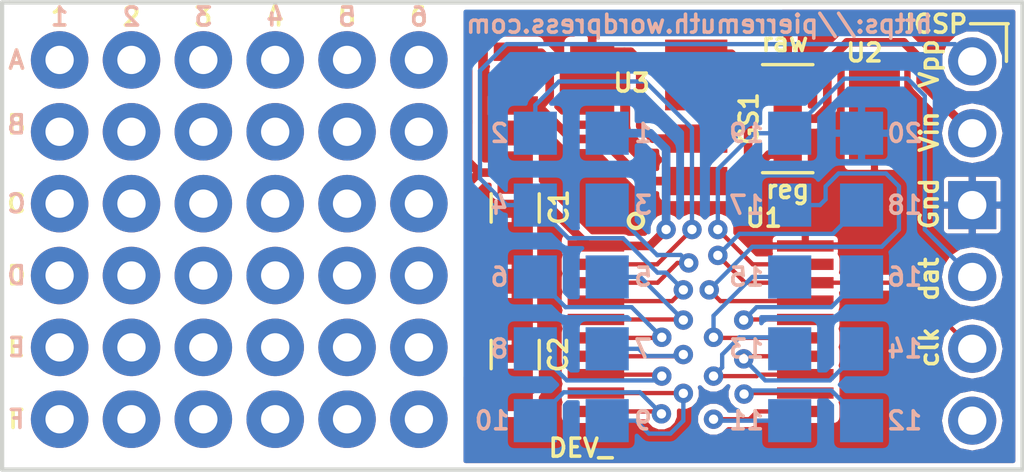
<source format=kicad_pcb>
(kicad_pcb (version 4) (host pcbnew 4.0.7)

  (general
    (links 38)
    (no_connects 0)
    (area 141.656999 98.8438 209.005201 117.903001)
    (thickness 1.6)
    (drawings 39)
    (tracks 258)
    (zones 0)
    (modules 12)
    (nets 26)
  )

  (page A4)
  (layers
    (0 F.Cu mixed)
    (31 B.Cu mixed)
    (36 B.SilkS user)
    (37 F.SilkS user)
    (38 B.Mask user)
    (39 F.Mask user)
    (44 Edge.Cuts user)
  )

  (setup
    (last_trace_width 0.1524)
    (user_trace_width 0.1524)
    (user_trace_width 0.3048)
    (trace_clearance 0.1524)
    (zone_clearance 0.1524)
    (zone_45_only yes)
    (trace_min 0.1524)
    (segment_width 0.2)
    (edge_width 0.15)
    (via_size 0.6858)
    (via_drill 0.3302)
    (via_min_size 0.6858)
    (via_min_drill 0.3302)
    (uvia_size 0.762)
    (uvia_drill 0.508)
    (uvias_allowed no)
    (uvia_min_size 0)
    (uvia_min_drill 0)
    (pcb_text_width 0.3)
    (pcb_text_size 1.5 1.5)
    (mod_edge_width 0.15)
    (mod_text_size 1 1)
    (mod_text_width 0.15)
    (pad_size 1.524 1.524)
    (pad_drill 0)
    (pad_to_mask_clearance 0)
    (aux_axis_origin 0 0)
    (visible_elements 7FFFFFFF)
    (pcbplotparams
      (layerselection 0x00030_80000001)
      (usegerberextensions false)
      (excludeedgelayer true)
      (linewidth 0.100000)
      (plotframeref false)
      (viasonmask false)
      (mode 1)
      (useauxorigin false)
      (hpglpennumber 1)
      (hpglpenspeed 20)
      (hpglpendiameter 15)
      (hpglpenoverlay 2)
      (psnegative false)
      (psa4output false)
      (plotreference true)
      (plotvalue true)
      (plotinvisibletext false)
      (padsonsilk false)
      (subtractmaskfromsilk false)
      (outputformat 1)
      (mirror false)
      (drillshape 1)
      (scaleselection 1)
      (outputdirectory ""))
  )

  (net 0 "")
  (net 1 VDD)
  (net 2 GND)
  (net 3 Vin)
  (net 4 "Net-(GS1-Pad2)")
  (net 5 "Net-(P1-Pad2)")
  (net 6 "Net-(P1-Pad1)")
  (net 7 "Net-(P1-Pad4)")
  (net 8 "Net-(P1-Pad3)")
  (net 9 "Net-(P1-Pad6)")
  (net 10 "Net-(P1-Pad5)")
  (net 11 ICSPCLK)
  (net 12 "Net-(P1-Pad7)")
  (net 13 ICSPDAT)
  (net 14 "Net-(P2-Pad2)")
  (net 15 MCLR/VPP)
  (net 16 "Net-(P2-Pad3)")
  (net 17 "Net-(P2-Pad6)")
  (net 18 "Net-(P2-Pad5)")
  (net 19 "Net-(P2-Pad8)")
  (net 20 "Net-(P2-Pad7)")
  (net 21 "Net-(P2-Pad10)")
  (net 22 "Net-(P2-Pad9)")
  (net 23 "Net-(U2-Pad2)")
  (net 24 "Net-(U3-Pad4)")
  (net 25 "Net-(U4-Pad6)")

  (net_class Default "This is the default net class."
    (clearance 0.1524)
    (trace_width 0.1524)
    (via_dia 0.6858)
    (via_drill 0.3302)
    (uvia_dia 0.762)
    (uvia_drill 0.508)
  )

  (net_class "power track" ""
    (clearance 0.2032)
    (trace_width 0.3048)
    (via_dia 0.6858)
    (via_drill 0.3302)
    (uvia_dia 0.762)
    (uvia_drill 0.508)
    (add_net GND)
    (add_net ICSPCLK)
    (add_net ICSPDAT)
    (add_net MCLR/VPP)
    (add_net "Net-(GS1-Pad2)")
    (add_net "Net-(P1-Pad1)")
    (add_net "Net-(P1-Pad2)")
    (add_net "Net-(P1-Pad3)")
    (add_net "Net-(P1-Pad4)")
    (add_net "Net-(P1-Pad5)")
    (add_net "Net-(P1-Pad6)")
    (add_net "Net-(P1-Pad7)")
    (add_net "Net-(P2-Pad10)")
    (add_net "Net-(P2-Pad2)")
    (add_net "Net-(P2-Pad3)")
    (add_net "Net-(P2-Pad5)")
    (add_net "Net-(P2-Pad6)")
    (add_net "Net-(P2-Pad7)")
    (add_net "Net-(P2-Pad8)")
    (add_net "Net-(P2-Pad9)")
    (add_net "Net-(U2-Pad2)")
    (add_net "Net-(U3-Pad4)")
    (add_net "Net-(U4-Pad6)")
    (add_net VDD)
    (add_net Vin)
  )

  (module Housings_SSOP:TSSOP-20_4.4x6.5mm_Pitch0.65mm (layer F.Cu) (tedit 5A48CC8A) (tstamp 5A1432BE)
    (at 166.4208 112.6236)
    (descr "20-Lead Plastic Thin Shrink Small Outline (ST)-4.4 mm Body [TSSOP] (see Microchip Packaging Specification 00000049BS.pdf)")
    (tags "SSOP 0.65")
    (path /5A14044E)
    (attr smd)
    (fp_text reference U1 (at 2.2352 -3.9116) (layer F.SilkS)
      (effects (font (size 0.635 0.635) (thickness 0.127)))
    )
    (fp_text value PIC16F1829 (at 16.9164 -7.1628) (layer F.Fab)
      (effects (font (size 1 1) (thickness 0.15)))
    )
    (fp_circle (center -2.286 -3.81) (end -2.032 -3.81) (layer F.SilkS) (width 0.15))
    (fp_line (start -1.2 -3.25) (end 2.2 -3.25) (layer F.Fab) (width 0.15))
    (fp_line (start 2.2 -3.25) (end 2.2 3.25) (layer F.Fab) (width 0.15))
    (fp_line (start 2.2 3.25) (end -2.2 3.25) (layer F.Fab) (width 0.15))
    (fp_line (start -2.2 3.25) (end -2.2 -2.25) (layer F.Fab) (width 0.15))
    (fp_line (start -2.2 -2.25) (end -1.2 -3.25) (layer F.Fab) (width 0.15))
    (fp_line (start -3.95 -3.55) (end -3.95 3.55) (layer F.CrtYd) (width 0.05))
    (fp_line (start 3.95 -3.55) (end 3.95 3.55) (layer F.CrtYd) (width 0.05))
    (fp_line (start -3.95 -3.55) (end 3.95 -3.55) (layer F.CrtYd) (width 0.05))
    (fp_line (start -3.95 3.55) (end 3.95 3.55) (layer F.CrtYd) (width 0.05))
    (fp_text user %R (at 0 0) (layer F.Fab)
      (effects (font (size 0.8 0.8) (thickness 0.15)))
    )
    (pad 1 smd rect (at -3.7 -2.925) (size 2 0.4) (layers F.Cu F.Mask)
      (net 1 VDD))
    (pad 2 smd rect (at -3.7 -2.275) (size 2 0.4) (layers F.Cu F.Mask)
      (net 14 "Net-(P2-Pad2)"))
    (pad 3 smd rect (at -3.7 -1.625) (size 2 0.4) (layers F.Cu F.Mask)
      (net 16 "Net-(P2-Pad3)"))
    (pad 4 smd rect (at -3.7 -0.975) (size 2 0.4) (layers F.Cu F.Mask)
      (net 15 MCLR/VPP))
    (pad 5 smd rect (at -3.7 -0.325) (size 2 0.4) (layers F.Cu F.Mask)
      (net 18 "Net-(P2-Pad5)"))
    (pad 6 smd rect (at -3.7 0.325) (size 2 0.4) (layers F.Cu F.Mask)
      (net 17 "Net-(P2-Pad6)"))
    (pad 7 smd rect (at -3.7 0.975) (size 2 0.4) (layers F.Cu F.Mask)
      (net 20 "Net-(P2-Pad7)"))
    (pad 8 smd rect (at -3.7 1.625) (size 2 0.4) (layers F.Cu F.Mask)
      (net 19 "Net-(P2-Pad8)"))
    (pad 9 smd rect (at -3.7 2.275) (size 2 0.4) (layers F.Cu F.Mask)
      (net 22 "Net-(P2-Pad9)"))
    (pad 10 smd rect (at -3.7 2.925) (size 2 0.4) (layers F.Cu F.Mask)
      (net 21 "Net-(P2-Pad10)"))
    (pad 11 smd rect (at 3.7 2.925) (size 2 0.4) (layers F.Cu F.Mask)
      (net 6 "Net-(P1-Pad1)"))
    (pad 12 smd rect (at 3.7 2.275) (size 2 0.4) (layers F.Cu F.Mask)
      (net 5 "Net-(P1-Pad2)"))
    (pad 13 smd rect (at 3.7 1.625) (size 2 0.4) (layers F.Cu F.Mask)
      (net 8 "Net-(P1-Pad3)"))
    (pad 14 smd rect (at 3.7 0.975) (size 2 0.4) (layers F.Cu F.Mask)
      (net 7 "Net-(P1-Pad4)"))
    (pad 15 smd rect (at 3.7 0.325) (size 2 0.4) (layers F.Cu F.Mask)
      (net 10 "Net-(P1-Pad5)"))
    (pad 16 smd rect (at 3.7 -0.325) (size 2 0.4) (layers F.Cu F.Mask)
      (net 9 "Net-(P1-Pad6)"))
    (pad 17 smd rect (at 3.7 -0.975) (size 2 0.4) (layers F.Cu F.Mask)
      (net 12 "Net-(P1-Pad7)"))
    (pad 18 smd rect (at 3.7 -1.625) (size 2 0.4) (layers F.Cu F.Mask)
      (net 11 ICSPCLK))
    (pad 19 smd rect (at 3.7 -2.275) (size 2 0.4) (layers F.Cu F.Mask)
      (net 13 ICSPDAT))
    (pad 20 smd rect (at 3.7 -2.925) (size 2 0.4) (layers F.Cu F.Mask)
      (net 2 GND))
    (model ${KISYS3DMOD}/Housings_SSOP.3dshapes/TSSOP-20_4.4x6.5mm_Pitch0.65mm.wrl
      (at (xyz 0 0 0))
      (scale (xyz 1 1 1))
      (rotate (xyz 0 0 0))
    )
  )

  (module GS3 (layer F.Cu) (tedit 5A47CA9A) (tstamp 5A14325C)
    (at 169.5 105.2 180)
    (descr "3-pin solder bridge")
    (tags "solder bridge")
    (path /5A144379)
    (attr smd)
    (fp_text reference GS1 (at 1.3716 0 270) (layer F.SilkS)
      (effects (font (size 0.635 0.635) (thickness 0.127)))
    )
    (fp_text value GS3 (at -10.8 -3.1 180) (layer F.Fab)
      (effects (font (size 1 1) (thickness 0.15)))
    )
    (fp_line (start -1.15 -2.15) (end 1.15 -2.15) (layer F.CrtYd) (width 0.05))
    (fp_line (start 1.15 -2.15) (end 1.15 2.15) (layer F.CrtYd) (width 0.05))
    (fp_line (start 1.15 2.15) (end -1.15 2.15) (layer F.CrtYd) (width 0.05))
    (fp_line (start -1.15 2.15) (end -1.15 -2.15) (layer F.CrtYd) (width 0.05))
    (fp_line (start -0.89 1.91) (end 0.89 1.91) (layer F.SilkS) (width 0.12))
    (fp_line (start -0.89 -1.91) (end 0.89 -1.91) (layer F.SilkS) (width 0.12))
    (pad 1 smd rect (at 0 -1.27 180) (size 1 1.1) (layers F.Cu F.Mask)
      (net 3 Vin))
    (pad 2 smd rect (at 0 0 180) (size 1 1.1) (layers F.Cu F.Mask)
      (net 4 "Net-(GS1-Pad2)"))
    (pad 3 smd rect (at 0 1.27 180) (size 1 1.1) (layers F.Cu F.Mask)
      (net 1 VDD))
  )

  (module custom2:Solder-20 (layer B.Cu) (tedit 5A15AAF1) (tstamp 5A14394C)
    (at 170.8404 110.7948 270)
    (path /5A142659)
    (fp_text reference P1 (at -6.604 0 540) (layer B.Fab) hide
      (effects (font (size 0.635 0.635) (thickness 0.127)) (justify mirror))
    )
    (fp_text value CONN_02X05 (at 0 0 270) (layer B.Fab)
      (effects (font (size 1.2 1.2) (thickness 0.15)) (justify mirror))
    )
    (fp_text user 20 (at -5.08 -2.794 540) (layer B.SilkS)
      (effects (font (size 0.635 0.635) (thickness 0.127)) (justify mirror))
    )
    (fp_text user 18 (at -2.54 -2.794 540) (layer B.SilkS)
      (effects (font (size 0.635 0.635) (thickness 0.127)) (justify mirror))
    )
    (fp_text user 16 (at 0 -2.794 540) (layer B.SilkS)
      (effects (font (size 0.635 0.635) (thickness 0.127)) (justify mirror))
    )
    (fp_text user 14 (at 2.54 -2.794 540) (layer B.SilkS)
      (effects (font (size 0.635 0.635) (thickness 0.127)) (justify mirror))
    )
    (fp_text user 19 (at -5.08 2.794 540) (layer B.SilkS)
      (effects (font (size 0.635 0.635) (thickness 0.127)) (justify mirror))
    )
    (fp_text user 17 (at -2.54 2.794 540) (layer B.SilkS)
      (effects (font (size 0.635 0.635) (thickness 0.127)) (justify mirror))
    )
    (fp_text user 15 (at 0 2.794 540) (layer B.SilkS)
      (effects (font (size 0.635 0.635) (thickness 0.127)) (justify mirror))
    )
    (fp_text user 13 (at 2.54 2.794 540) (layer B.SilkS)
      (effects (font (size 0.635 0.635) (thickness 0.127)) (justify mirror))
    )
    (fp_text user 12 (at 5.08 -2.794 540) (layer B.SilkS)
      (effects (font (size 0.635 0.635) (thickness 0.127)) (justify mirror))
    )
    (fp_text user 11 (at 5.08 2.794 540) (layer B.SilkS)
      (effects (font (size 0.635 0.635) (thickness 0.127)) (justify mirror))
    )
    (pad 9 smd rect (at -5.08 1.27 270) (size 1.524 1.524) (layers B.Cu B.Mask)
      (net 13 ICSPDAT))
    (pad 10 smd rect (at -5.08 -1.27 270) (size 1.524 1.524) (layers B.Cu B.Mask)
      (net 2 GND))
    (pad 7 smd rect (at -2.54 1.27 270) (size 1.524 1.524) (layers B.Cu B.Mask)
      (net 12 "Net-(P1-Pad7)"))
    (pad 8 smd rect (at -2.54 -1.27 270) (size 1.524 1.524) (layers B.Cu B.Mask)
      (net 11 ICSPCLK))
    (pad 5 smd rect (at 0 1.27 270) (size 1.524 1.524) (layers B.Cu B.Mask)
      (net 10 "Net-(P1-Pad5)"))
    (pad 6 smd rect (at 0 -1.27 270) (size 1.524 1.524) (layers B.Cu B.Mask)
      (net 9 "Net-(P1-Pad6)"))
    (pad 3 smd rect (at 2.54 1.27 270) (size 1.524 1.524) (layers B.Cu B.Mask)
      (net 8 "Net-(P1-Pad3)"))
    (pad 4 smd rect (at 2.54 -1.27 270) (size 1.524 1.524) (layers B.Cu B.Mask)
      (net 7 "Net-(P1-Pad4)"))
    (pad 1 smd rect (at 5.08 1.27 270) (size 1.524 1.524) (layers B.Cu B.Mask)
      (net 6 "Net-(P1-Pad1)"))
    (pad 2 smd rect (at 5.08 -1.27 270) (size 1.524 1.524) (layers B.Cu B.Mask)
      (net 5 "Net-(P1-Pad2)"))
  )

  (module custom2:Solder-10 (layer B.Cu) (tedit 5A15AA3C) (tstamp 5A14329A)
    (at 161.8488 110.7948 270)
    (path /5A14260C)
    (fp_text reference P2 (at -6.604 0 540) (layer B.Fab) hide
      (effects (font (size 0.635 0.635) (thickness 0.127)) (justify mirror))
    )
    (fp_text value CONN_02X05 (at 0 0 270) (layer B.Fab)
      (effects (font (size 1.2 1.2) (thickness 0.15)) (justify mirror))
    )
    (fp_text user 10 (at 5.08 2.794 540) (layer B.SilkS)
      (effects (font (size 0.635 0.635) (thickness 0.127)) (justify mirror))
    )
    (fp_text user 8 (at 2.54 2.54 540) (layer B.SilkS)
      (effects (font (size 0.635 0.635) (thickness 0.127)) (justify mirror))
    )
    (fp_text user 6 (at 0 2.54 540) (layer B.SilkS)
      (effects (font (size 0.635 0.635) (thickness 0.127)) (justify mirror))
    )
    (fp_text user 4 (at -2.54 2.54 540) (layer B.SilkS)
      (effects (font (size 0.635 0.635) (thickness 0.127)) (justify mirror))
    )
    (fp_text user 9 (at 5.08 -2.54 540) (layer B.SilkS)
      (effects (font (size 0.635 0.635) (thickness 0.127)) (justify mirror))
    )
    (fp_text user 7 (at 2.54 -2.54 540) (layer B.SilkS)
      (effects (font (size 0.635 0.635) (thickness 0.127)) (justify mirror))
    )
    (fp_text user 5 (at 0 -2.54 540) (layer B.SilkS)
      (effects (font (size 0.635 0.635) (thickness 0.127)) (justify mirror))
    )
    (fp_text user 3 (at -2.54 -2.54 540) (layer B.SilkS)
      (effects (font (size 0.635 0.635) (thickness 0.127)) (justify mirror))
    )
    (fp_text user 2 (at -5.08 2.54 540) (layer B.SilkS)
      (effects (font (size 0.635 0.635) (thickness 0.127)) (justify mirror))
    )
    (fp_text user 1 (at -5.08 -2.54 540) (layer B.SilkS)
      (effects (font (size 0.635 0.635) (thickness 0.127)) (justify mirror))
    )
    (pad 2 smd rect (at -5.08 1.27 270) (size 1.524 1.524) (layers B.Cu B.Mask)
      (net 14 "Net-(P2-Pad2)"))
    (pad 1 smd rect (at -5.08 -1.27 270) (size 1.524 1.524) (layers B.Cu B.Mask)
      (net 1 VDD))
    (pad 4 smd rect (at -2.54 1.27 270) (size 1.524 1.524) (layers B.Cu B.Mask)
      (net 15 MCLR/VPP))
    (pad 3 smd rect (at -2.54 -1.27 270) (size 1.524 1.524) (layers B.Cu B.Mask)
      (net 16 "Net-(P2-Pad3)"))
    (pad 6 smd rect (at 0 1.27 270) (size 1.524 1.524) (layers B.Cu B.Mask)
      (net 17 "Net-(P2-Pad6)"))
    (pad 5 smd rect (at 0 -1.27 270) (size 1.524 1.524) (layers B.Cu B.Mask)
      (net 18 "Net-(P2-Pad5)"))
    (pad 8 smd rect (at 2.54 1.27 270) (size 1.524 1.524) (layers B.Cu B.Mask)
      (net 19 "Net-(P2-Pad8)"))
    (pad 7 smd rect (at 2.54 -1.27 270) (size 1.524 1.524) (layers B.Cu B.Mask)
      (net 20 "Net-(P2-Pad7)"))
    (pad 10 smd rect (at 5.08 1.27 270) (size 1.524 1.524) (layers B.Cu B.Mask)
      (net 21 "Net-(P2-Pad10)"))
    (pad 9 smd rect (at 5.08 -1.27 270) (size 1.524 1.524) (layers B.Cu B.Mask)
      (net 22 "Net-(P2-Pad9)"))
  )

  (module Pin_Headers:Pin_Header_Straight_1x06_Pitch2.54mm (layer F.Cu) (tedit 5A15A807) (tstamp 5A143304)
    (at 176.022 103.1748)
    (descr "Through hole straight pin header, 1x06, 2.54mm pitch, single row")
    (tags "Through hole pin header THT 1x06 2.54mm single row")
    (path /5A140569)
    (fp_text reference ICSP (at -1.27 -1.3208) (layer F.SilkS)
      (effects (font (size 0.635 0.635) (thickness 0.127)))
    )
    (fp_text value PICKIT3_ICSP (at 7.7724 -0.762) (layer F.Fab)
      (effects (font (size 1 1) (thickness 0.15)))
    )
    (fp_line (start -1.27 -0.635) (end -0.635 -1.27) (layer F.Fab) (width 0.1))
    (fp_line (start 1.21 0) (end 1.21 -1.33) (layer F.SilkS) (width 0.12))
    (fp_line (start -0.06 -1.33) (end 1.27 -1.33) (layer F.SilkS) (width 0.12))
    (fp_line (start -1.8 -1.8) (end -1.8 14.5) (layer F.CrtYd) (width 0.05))
    (fp_line (start -1.8 14.5) (end 1.8 14.5) (layer F.CrtYd) (width 0.05))
    (fp_line (start 1.8 14.5) (end 1.8 -1.8) (layer F.CrtYd) (width 0.05))
    (fp_line (start 1.8 -1.8) (end -1.8 -1.8) (layer F.CrtYd) (width 0.05))
    (pad 1 thru_hole circle (at 0 0) (size 1.7 1.7) (drill 1) (layers *.Cu *.Mask)
      (net 15 MCLR/VPP))
    (pad 2 thru_hole oval (at 0 2.54) (size 1.7 1.7) (drill 1) (layers *.Cu *.Mask)
      (net 4 "Net-(GS1-Pad2)"))
    (pad 3 thru_hole rect (at 0 5.08) (size 1.7 1.7) (drill 1) (layers *.Cu *.Mask)
      (net 2 GND))
    (pad 4 thru_hole oval (at 0 7.62) (size 1.7 1.7) (drill 1) (layers *.Cu *.Mask)
      (net 13 ICSPDAT))
    (pad 5 thru_hole oval (at 0 10.16) (size 1.7 1.7) (drill 1) (layers *.Cu *.Mask)
      (net 11 ICSPCLK))
    (pad 6 thru_hole oval (at 0 12.7) (size 1.7 1.7) (drill 1) (layers *.Cu *.Mask)
      (net 25 "Net-(U4-Pad6)"))
    (model ${KISYS3DMOD}/Pin_Headers.3dshapes/Pin_Header_Straight_1x06_Pitch2.54mm.wrl
      (at (xyz 0 0 0))
      (scale (xyz 1 1 1))
      (rotate (xyz 0 0 0))
    )
  )

  (module Pin_Headers:Pin_Header_Straight_2x06_Pitch2.54mm (layer F.Cu) (tedit 5A15A57A) (tstamp 5A145DEB)
    (at 153.924 103.124)
    (descr "Through hole straight pin header, 2x06, 2.54mm pitch, double rows")
    (tags "Through hole pin header THT 2x06 2.54mm double row")
    (fp_text reference REF** (at 1.27 -3.302) (layer F.Fab) hide
      (effects (font (size 1 1) (thickness 0.15)))
    )
    (fp_text value Pin_Header_Straight_2x06_Pitch2.54mm (at 39.878 11.684) (layer F.Fab) hide
      (effects (font (size 1 1) (thickness 0.15)))
    )
    (pad 1 thru_hole circle (at 0 0) (size 2.032 2.032) (drill 1) (layers *.Cu *.Mask))
    (pad 2 thru_hole oval (at 2.54 0) (size 2.032 2.032) (drill 1) (layers *.Cu *.Mask))
    (pad 3 thru_hole oval (at 0 2.54) (size 2.032 2.032) (drill 1) (layers *.Cu *.Mask))
    (pad 4 thru_hole oval (at 2.54 2.54) (size 2.032 2.032) (drill 1) (layers *.Cu *.Mask))
    (pad 5 thru_hole oval (at 0 5.08) (size 2.032 2.032) (drill 1) (layers *.Cu *.Mask))
    (pad 6 thru_hole oval (at 2.54 5.08) (size 2.032 2.032) (drill 1) (layers *.Cu *.Mask))
    (pad 7 thru_hole oval (at 0 7.62) (size 2.032 2.032) (drill 1) (layers *.Cu *.Mask))
    (pad 8 thru_hole oval (at 2.54 7.62) (size 2.032 2.032) (drill 1) (layers *.Cu *.Mask))
    (pad 9 thru_hole oval (at 0 10.16) (size 2.032 2.032) (drill 1) (layers *.Cu *.Mask))
    (pad 10 thru_hole oval (at 2.54 10.16) (size 2.032 2.032) (drill 1) (layers *.Cu *.Mask))
    (pad 11 thru_hole oval (at 0 12.7) (size 2.032 2.032) (drill 1) (layers *.Cu *.Mask))
    (pad 12 thru_hole oval (at 2.54 12.7) (size 2.032 2.032) (drill 1) (layers *.Cu *.Mask))
    (model ${KISYS3DMOD}/Pin_Headers.3dshapes/Pin_Header_Straight_2x06_Pitch2.54mm.wrl
      (at (xyz 0 0 0))
      (scale (xyz 1 1 1))
      (rotate (xyz 0 0 0))
    )
  )

  (module Pin_Headers:Pin_Header_Straight_2x06_Pitch2.54mm (layer F.Cu) (tedit 5A15A4F2) (tstamp 5A14595B)
    (at 143.764 103.124)
    (descr "Through hole straight pin header, 2x06, 2.54mm pitch, double rows")
    (tags "Through hole pin header THT 2x06 2.54mm double row")
    (fp_text reference REF** (at 1.27 -3.302) (layer F.Fab) hide
      (effects (font (size 1 1) (thickness 0.15)))
    )
    (fp_text value Pin_Header_Straight_2x06_Pitch2.54mm (at 50.038 10.16) (layer F.Fab)
      (effects (font (size 1 1) (thickness 0.15)))
    )
    (pad 1 thru_hole circle (at 0 0) (size 2.032 2.032) (drill 1) (layers *.Cu *.Mask))
    (pad 2 thru_hole oval (at 2.54 0) (size 2.032 2.032) (drill 1) (layers *.Cu *.Mask))
    (pad 3 thru_hole oval (at 0 2.54) (size 2.032 2.032) (drill 1) (layers *.Cu *.Mask))
    (pad 4 thru_hole oval (at 2.54 2.54) (size 2.032 2.032) (drill 1) (layers *.Cu *.Mask))
    (pad 5 thru_hole oval (at 0 5.08) (size 2.032 2.032) (drill 1) (layers *.Cu *.Mask))
    (pad 6 thru_hole oval (at 2.54 5.08) (size 2.032 2.032) (drill 1) (layers *.Cu *.Mask))
    (pad 7 thru_hole oval (at 0 7.62) (size 2.032 2.032) (drill 1) (layers *.Cu *.Mask))
    (pad 8 thru_hole oval (at 2.54 7.62) (size 2.032 2.032) (drill 1) (layers *.Cu *.Mask))
    (pad 9 thru_hole oval (at 0 10.16) (size 2.032 2.032) (drill 1) (layers *.Cu *.Mask))
    (pad 10 thru_hole oval (at 2.54 10.16) (size 2.032 2.032) (drill 1) (layers *.Cu *.Mask))
    (pad 11 thru_hole oval (at 0 12.7) (size 2.032 2.032) (drill 1) (layers *.Cu *.Mask))
    (pad 12 thru_hole oval (at 2.54 12.7) (size 2.032 2.032) (drill 1) (layers *.Cu *.Mask))
    (model ${KISYS3DMOD}/Pin_Headers.3dshapes/Pin_Header_Straight_2x06_Pitch2.54mm.wrl
      (at (xyz 0 0 0))
      (scale (xyz 1 1 1))
      (rotate (xyz 0 0 0))
    )
  )

  (module Pin_Headers:Pin_Header_Straight_2x06_Pitch2.54mm (layer F.Cu) (tedit 5A15A4CA) (tstamp 5A145DC3)
    (at 148.844 103.124)
    (descr "Through hole straight pin header, 2x06, 2.54mm pitch, double rows")
    (tags "Through hole pin header THT 2x06 2.54mm double row")
    (fp_text reference REF** (at 1.27 -3.302) (layer F.Fab) hide
      (effects (font (size 1 1) (thickness 0.15)))
    )
    (fp_text value Pin_Header_Straight_2x06_Pitch2.54mm (at 44.958 8.636) (layer F.Fab)
      (effects (font (size 1 1) (thickness 0.15)))
    )
    (pad 1 thru_hole circle (at 0 0) (size 2.032 2.032) (drill 1) (layers *.Cu *.Mask))
    (pad 2 thru_hole oval (at 2.54 0) (size 2.032 2.032) (drill 1) (layers *.Cu *.Mask))
    (pad 3 thru_hole oval (at 0 2.54) (size 2.032 2.032) (drill 1) (layers *.Cu *.Mask))
    (pad 4 thru_hole oval (at 2.54 2.54) (size 2.032 2.032) (drill 1) (layers *.Cu *.Mask))
    (pad 5 thru_hole oval (at 0 5.08) (size 2.032 2.032) (drill 1) (layers *.Cu *.Mask))
    (pad 6 thru_hole oval (at 2.54 5.08) (size 2.032 2.032) (drill 1) (layers *.Cu *.Mask))
    (pad 7 thru_hole oval (at 0 7.62) (size 2.032 2.032) (drill 1) (layers *.Cu *.Mask))
    (pad 8 thru_hole oval (at 2.54 7.62) (size 2.032 2.032) (drill 1) (layers *.Cu *.Mask))
    (pad 9 thru_hole oval (at 0 10.16) (size 2.032 2.032) (drill 1) (layers *.Cu *.Mask))
    (pad 10 thru_hole oval (at 2.54 10.16) (size 2.032 2.032) (drill 1) (layers *.Cu *.Mask))
    (pad 11 thru_hole oval (at 0 12.7) (size 2.032 2.032) (drill 1) (layers *.Cu *.Mask))
    (pad 12 thru_hole oval (at 2.54 12.7) (size 2.032 2.032) (drill 1) (layers *.Cu *.Mask))
    (model ${KISYS3DMOD}/Pin_Headers.3dshapes/Pin_Header_Straight_2x06_Pitch2.54mm.wrl
      (at (xyz 0 0 0))
      (scale (xyz 1 1 1))
      (rotate (xyz 0 0 0))
    )
  )

  (module TO_SOT_Packages_SMD:SOT-23-5_HandSoldering (layer F.Cu) (tedit 5A146186) (tstamp 5A1432EA)
    (at 161.2392 103.7844)
    (descr "5-pin SOT23 package")
    (tags "SOT-23-5 hand-soldering")
    (path /5A142123)
    (attr smd)
    (fp_text reference U3 (at 2.7432 0.1524) (layer F.SilkS)
      (effects (font (size 0.635 0.635) (thickness 0.127)))
    )
    (fp_text value MCP1755 (at 21.0312 3.048) (layer F.Fab)
      (effects (font (size 1 1) (thickness 0.15)))
    )
    (fp_text user %R (at 0 0 90) (layer F.Fab)
      (effects (font (size 0.5 0.5) (thickness 0.075)))
    )
    (fp_line (start -0.9 -0.9) (end -0.25 -1.55) (layer F.Fab) (width 0.1))
    (fp_line (start 0.9 -1.55) (end -0.25 -1.55) (layer F.Fab) (width 0.1))
    (fp_line (start -0.9 -0.9) (end -0.9 1.55) (layer F.Fab) (width 0.1))
    (fp_line (start 0.9 1.55) (end -0.9 1.55) (layer F.Fab) (width 0.1))
    (fp_line (start 0.9 -1.55) (end 0.9 1.55) (layer F.Fab) (width 0.1))
    (fp_line (start -2.38 -1.8) (end 2.38 -1.8) (layer F.CrtYd) (width 0.05))
    (fp_line (start -2.38 -1.8) (end -2.38 1.8) (layer F.CrtYd) (width 0.05))
    (fp_line (start 2.38 1.8) (end 2.38 -1.8) (layer F.CrtYd) (width 0.05))
    (fp_line (start 2.38 1.8) (end -2.38 1.8) (layer F.CrtYd) (width 0.05))
    (pad 1 smd rect (at -1.35 -0.95) (size 1.56 0.65) (layers F.Cu F.Mask)
      (net 3 Vin))
    (pad 2 smd rect (at -1.35 0) (size 1.56 0.65) (layers F.Cu F.Mask)
      (net 2 GND))
    (pad 3 smd rect (at -1.35 0.95) (size 1.56 0.65) (layers F.Cu F.Mask)
      (net 3 Vin))
    (pad 4 smd rect (at 1.35 0.95) (size 1.56 0.65) (layers F.Cu F.Mask)
      (net 24 "Net-(U3-Pad4)"))
    (pad 5 smd rect (at 1.35 -0.95) (size 1.56 0.65) (layers F.Cu F.Mask)
      (net 1 VDD))
    (model ${KISYS3DMOD}/TO_SOT_Packages_SMD.3dshapes\SOT-23-5.wrl
      (at (xyz 0 0 0))
      (scale (xyz 1 1 1))
      (rotate (xyz 0 0 0))
    )
  )

  (module TO_SOT_Packages_SMD:SOT-223-5 (layer F.Cu) (tedit 5A14616D) (tstamp 5A1432D5)
    (at 169.3164 105.156)
    (descr "module CMS SOT223 5 pins, http://ww1.microchip.com/downloads/en/DeviceDoc/51751a.pdf")
    (tags "CMS SOT")
    (path /5A1420E4)
    (attr smd)
    (fp_text reference U2 (at 2.8956 -2.286) (layer F.SilkS)
      (effects (font (size 0.635 0.635) (thickness 0.127)))
    )
    (fp_text value LP38692 (at 12.8016 -1.2192) (layer F.Fab)
      (effects (font (size 1 1) (thickness 0.15)))
    )
    (fp_text user %R (at 0 0 90) (layer F.Fab)
      (effects (font (size 0.8 0.8) (thickness 0.12)))
    )
    (fp_line (start -1.7875 -2.3) (end -0.7375 -3.35) (layer F.Fab) (width 0.1))
    (fp_line (start -1.7875 -2.3) (end -1.7875 3.35) (layer F.Fab) (width 0.1))
    (fp_line (start -0.7375 -3.35) (end 1.9125 -3.35) (layer F.Fab) (width 0.1))
    (fp_line (start -1.7875 3.35) (end 1.9125 3.35) (layer F.Fab) (width 0.1))
    (fp_line (start 1.9125 -3.35) (end 1.9125 3.35) (layer F.Fab) (width 0.1))
    (fp_line (start -4.4 -3.6) (end 4.4 -3.6) (layer F.CrtYd) (width 0.05))
    (fp_line (start -4.4 -3.6) (end -4.4 3.6) (layer F.CrtYd) (width 0.05))
    (fp_line (start 4.4 3.6) (end 4.4 -3.6) (layer F.CrtYd) (width 0.05))
    (fp_line (start 4.4 3.6) (end -4.4 3.6) (layer F.CrtYd) (width 0.05))
    (pad 4 smd rect (at -3.05 2.25) (size 2.2 1) (layers F.Cu F.Mask)
      (net 3 Vin))
    (pad 2 smd rect (at -3.05 -0.75) (size 2.2 1) (layers F.Cu F.Mask)
      (net 23 "Net-(U2-Pad2)"))
    (pad 5 smd rect (at 3.25 0) (size 1.8 3.4) (layers F.Cu F.Mask)
      (net 2 GND))
    (pad 3 smd rect (at -3.05 0.75) (size 2.2 1) (layers F.Cu F.Mask)
      (net 1 VDD))
    (pad 1 smd rect (at -3.05 -2.25) (size 2.2 1) (layers F.Cu F.Mask)
      (net 3 Vin))
    (model ${KISYS3DMOD}/TO_SOT_Packages_SMD.3dshapes/SOT-223-5.wrl
      (at (xyz 0.0024606299 0 0))
      (scale (xyz 1 1 1))
      (rotate (xyz 0 0 0))
    )
  )

  (module Capacitors_SMD:C_0805_HandSoldering (layer F.Cu) (tedit 5A15A147) (tstamp 5A14323C)
    (at 159.8676 108.3564 270)
    (descr "Capacitor SMD 0805, hand soldering")
    (tags "capacitor 0805")
    (path /5A142445)
    (attr smd)
    (fp_text reference C1 (at -0.0254 -1.5494 270) (layer F.SilkS)
      (effects (font (size 0.635 0.635) (thickness 0.127)))
    )
    (fp_text value C (at 1.3716 -19.5072 360) (layer F.Fab)
      (effects (font (size 1 1) (thickness 0.15)))
    )
    (fp_text user %R (at 0 -1.75 270) (layer F.Fab)
      (effects (font (size 1 1) (thickness 0.15)))
    )
    (fp_line (start -1 0.62) (end -1 -0.62) (layer F.Fab) (width 0.1))
    (fp_line (start 1 0.62) (end -1 0.62) (layer F.Fab) (width 0.1))
    (fp_line (start 1 -0.62) (end 1 0.62) (layer F.Fab) (width 0.1))
    (fp_line (start -1 -0.62) (end 1 -0.62) (layer F.Fab) (width 0.1))
    (fp_line (start 0.5 -0.85) (end -0.5 -0.85) (layer F.SilkS) (width 0.12))
    (fp_line (start -0.5 0.85) (end 0.5 0.85) (layer F.SilkS) (width 0.12))
    (fp_line (start -2.25 -0.88) (end 2.25 -0.88) (layer F.CrtYd) (width 0.05))
    (fp_line (start -2.25 -0.88) (end -2.25 0.87) (layer F.CrtYd) (width 0.05))
    (fp_line (start 2.25 0.87) (end 2.25 -0.88) (layer F.CrtYd) (width 0.05))
    (fp_line (start 2.25 0.87) (end -2.25 0.87) (layer F.CrtYd) (width 0.05))
    (pad 1 smd rect (at -1.25 0 270) (size 1.5 1.25) (layers F.Cu F.Mask)
      (net 1 VDD))
    (pad 2 smd rect (at 1.25 0 270) (size 1.5 1.25) (layers F.Cu F.Mask)
      (net 2 GND))
    (model Capacitors_SMD.3dshapes/C_0805.wrl
      (at (xyz 0 0 0))
      (scale (xyz 1 1 1))
      (rotate (xyz 0 0 0))
    )
  )

  (module Capacitors_SMD:C_0805_HandSoldering (layer F.Cu) (tedit 5A144884) (tstamp 5A14324D)
    (at 159.8676 113.538 90)
    (descr "Capacitor SMD 0805, hand soldering")
    (tags "capacitor 0805")
    (path /5A1424C2)
    (attr smd)
    (fp_text reference C2 (at 0 1.524 90) (layer F.SilkS)
      (effects (font (size 0.635 0.635) (thickness 0.127)))
    )
    (fp_text value C (at 3.81 21.336 180) (layer F.Fab)
      (effects (font (size 1 1) (thickness 0.15)))
    )
    (fp_text user %R (at 0 -1.75 90) (layer F.Fab)
      (effects (font (size 1 1) (thickness 0.15)))
    )
    (fp_line (start -1 0.62) (end -1 -0.62) (layer F.Fab) (width 0.1))
    (fp_line (start 1 0.62) (end -1 0.62) (layer F.Fab) (width 0.1))
    (fp_line (start 1 -0.62) (end 1 0.62) (layer F.Fab) (width 0.1))
    (fp_line (start -1 -0.62) (end 1 -0.62) (layer F.Fab) (width 0.1))
    (fp_line (start 0.5 -0.85) (end -0.5 -0.85) (layer F.SilkS) (width 0.12))
    (fp_line (start -0.5 0.85) (end 0.5 0.85) (layer F.SilkS) (width 0.12))
    (fp_line (start -2.25 -0.88) (end 2.25 -0.88) (layer F.CrtYd) (width 0.05))
    (fp_line (start -2.25 -0.88) (end -2.25 0.87) (layer F.CrtYd) (width 0.05))
    (fp_line (start 2.25 0.87) (end 2.25 -0.88) (layer F.CrtYd) (width 0.05))
    (fp_line (start 2.25 0.87) (end -2.25 0.87) (layer F.CrtYd) (width 0.05))
    (pad 1 smd rect (at -1.25 0 90) (size 1.5 1.25) (layers F.Cu F.Mask)
      (net 1 VDD))
    (pad 2 smd rect (at 1.25 0 90) (size 1.5 1.25) (layers F.Cu F.Mask)
      (net 2 GND))
    (model Capacitors_SMD.3dshapes/C_0805.wrl
      (at (xyz 0 0 0))
      (scale (xyz 1 1 1))
      (rotate (xyz 0 0 0))
    )
  )

  (gr_text DEV_ (at 162.179 116.84) (layer F.SilkS)
    (effects (font (size 0.635 0.635) (thickness 0.127)))
  )
  (gr_text https://pierremuth.wordpress.com (at 166.37 101.854) (layer B.SilkS)
    (effects (font (size 0.635 0.635) (thickness 0.127)) (justify mirror))
  )
  (gr_text Vpp (at 174.498 103.251 90) (layer F.SilkS) (tstamp 5A15A704)
    (effects (font (size 0.635 0.635) (thickness 0.127)))
  )
  (gr_text clk (at 174.498 113.284 90) (layer F.SilkS) (tstamp 5A15A6FA)
    (effects (font (size 0.635 0.635) (thickness 0.127)))
  )
  (gr_text dat (at 174.498 110.871 90) (layer F.SilkS) (tstamp 5A15A6F5)
    (effects (font (size 0.635 0.635) (thickness 0.127)))
  )
  (gr_text Gnd (at 174.498 108.204 90) (layer F.SilkS) (tstamp 5A15A6F0)
    (effects (font (size 0.635 0.635) (thickness 0.127)))
  )
  (gr_text raw (at 169.4 102.5) (layer F.SilkS)
    (effects (font (size 0.635 0.635) (thickness 0.127)))
  )
  (gr_text reg (at 169.5 107.7) (layer F.SilkS)
    (effects (font (size 0.635 0.635) (thickness 0.127)))
  )
  (gr_text Vin (at 174.498 105.664 90) (layer F.SilkS)
    (effects (font (size 0.635 0.635) (thickness 0.127)))
  )
  (gr_text PIC16F1829 (at 166.497 116.84) (layer F.Mask)
    (effects (font (size 0.635 0.635) (thickness 0.127)))
  )
  (gr_text F (at 142.24 115.824) (layer B.SilkS) (tstamp 5A145F78)
    (effects (font (size 0.635 0.635) (thickness 0.127)) (justify mirror))
  )
  (gr_text E (at 142.24 113.284) (layer B.SilkS) (tstamp 5A145F75)
    (effects (font (size 0.635 0.635) (thickness 0.127)) (justify mirror))
  )
  (gr_text D (at 142.24 110.744) (layer B.SilkS) (tstamp 5A145F71)
    (effects (font (size 0.635 0.635) (thickness 0.127)) (justify mirror))
  )
  (gr_text C (at 142.24 108.204) (layer B.SilkS) (tstamp 5A145F6E)
    (effects (font (size 0.635 0.635) (thickness 0.127)) (justify mirror))
  )
  (gr_text B (at 142.24 105.41) (layer B.SilkS) (tstamp 5A145F6B)
    (effects (font (size 0.635 0.635) (thickness 0.127)) (justify mirror))
  )
  (gr_text A (at 142.24 103.124) (layer B.SilkS) (tstamp 5A145F68)
    (effects (font (size 0.635 0.635) (thickness 0.127)) (justify mirror))
  )
  (gr_text 6 (at 156.464 101.6) (layer B.SilkS) (tstamp 5A145F65)
    (effects (font (size 0.635 0.635) (thickness 0.127)) (justify mirror))
  )
  (gr_text 5 (at 153.924 101.6) (layer B.SilkS) (tstamp 5A145F62)
    (effects (font (size 0.635 0.635) (thickness 0.127)) (justify mirror))
  )
  (gr_text 4 (at 151.384 101.6) (layer B.SilkS) (tstamp 5A145F5F)
    (effects (font (size 0.635 0.635) (thickness 0.127)) (justify mirror))
  )
  (gr_text 3 (at 148.844 101.6) (layer B.SilkS) (tstamp 5A145F5C)
    (effects (font (size 0.635 0.635) (thickness 0.127)) (justify mirror))
  )
  (gr_text 2 (at 146.304 101.6) (layer B.SilkS) (tstamp 5A145F59)
    (effects (font (size 0.635 0.635) (thickness 0.127)) (justify mirror))
  )
  (gr_text 1 (at 143.764 101.6) (layer B.SilkS) (tstamp 5A145F50)
    (effects (font (size 0.635 0.635) (thickness 0.127)) (justify mirror))
  )
  (gr_text F (at 142.24 115.824) (layer F.SilkS) (tstamp 5A145F40)
    (effects (font (size 0.635 0.635) (thickness 0.127)))
  )
  (gr_text E (at 142.24 113.284) (layer F.SilkS) (tstamp 5A145F3E)
    (effects (font (size 0.635 0.635) (thickness 0.127)))
  )
  (gr_text D (at 142.24 110.744) (layer F.SilkS) (tstamp 5A145F3C)
    (effects (font (size 0.635 0.635) (thickness 0.127)))
  )
  (gr_text C (at 142.24 108.204) (layer F.SilkS) (tstamp 5A145F3A)
    (effects (font (size 0.635 0.635) (thickness 0.127)))
  )
  (gr_text B (at 142.24 105.41) (layer F.SilkS) (tstamp 5A145F38)
    (effects (font (size 0.635 0.635) (thickness 0.127)))
  )
  (gr_text A (at 142.24 103.124) (layer F.SilkS) (tstamp 5A145F36)
    (effects (font (size 0.635 0.635) (thickness 0.127)))
  )
  (gr_text 6 (at 156.464 101.6) (layer F.SilkS) (tstamp 5A145F29)
    (effects (font (size 0.635 0.635) (thickness 0.127)))
  )
  (gr_text 5 (at 153.924 101.6) (layer F.SilkS) (tstamp 5A145F27)
    (effects (font (size 0.635 0.635) (thickness 0.127)))
  )
  (gr_text 4 (at 151.384 101.6) (layer F.SilkS) (tstamp 5A145F25)
    (effects (font (size 0.635 0.635) (thickness 0.127)))
  )
  (gr_text 3 (at 148.844 101.6) (layer F.SilkS) (tstamp 5A145F23)
    (effects (font (size 0.635 0.635) (thickness 0.127)))
  )
  (gr_text 2 (at 146.304 101.6) (layer F.SilkS) (tstamp 5A145F21)
    (effects (font (size 0.635 0.635) (thickness 0.127)))
  )
  (gr_text 1 (at 143.764 101.6) (layer F.SilkS)
    (effects (font (size 0.635 0.635) (thickness 0.127)))
  )
  (gr_line (start 141.732 101.092) (end 141.986 101.092) (angle 90) (layer Edge.Cuts) (width 0.15))
  (gr_line (start 141.732 117.602) (end 141.732 101.092) (angle 90) (layer Edge.Cuts) (width 0.15))
  (gr_line (start 177.8 117.602) (end 141.732 117.602) (angle 90) (layer Edge.Cuts) (width 0.15))
  (gr_line (start 177.8 101.092) (end 177.8 117.602) (angle 90) (layer Edge.Cuts) (width 0.15))
  (gr_line (start 177.8 101.092) (end 141.986 101.092) (angle 90) (layer Edge.Cuts) (width 0.15))

  (segment (start 169.5 103.93) (end 169.5 102.2) (width 0.3048) (layer F.Cu) (net 1))
  (segment (start 163.1 101.7) (end 162.5625 102.2375) (width 0.3048) (layer F.Cu) (net 1) (tstamp 5A47C595))
  (segment (start 169 101.7) (end 163.1 101.7) (width 0.3048) (layer F.Cu) (net 1) (tstamp 5A47C590))
  (segment (start 169.5 102.2) (end 169 101.7) (width 0.3048) (layer F.Cu) (net 1) (tstamp 5A47C58B))
  (segment (start 158.2039 105.3) (end 158.2039 106.7167) (width 0.3048) (layer F.Cu) (net 1))
  (segment (start 158.2039 106.7167) (end 158.5936 107.1064) (width 0.3048) (layer F.Cu) (net 1) (tstamp 5A47C3B9))
  (segment (start 158.2 108.774) (end 158.2 107.5) (width 0.3048) (layer F.Cu) (net 1))
  (segment (start 158.2 107.5) (end 158.5936 107.1064) (width 0.3048) (layer F.Cu) (net 1) (tstamp 5A47C3B0))
  (segment (start 159.8676 114.788) (end 159.188 114.788) (width 0.3048) (layer F.Cu) (net 1))
  (segment (start 159.188 114.788) (end 158.2 113.8) (width 0.3048) (layer F.Cu) (net 1) (tstamp 5A47C205))
  (segment (start 158.2 113.8) (end 158.2 108.774) (width 0.3048) (layer F.Cu) (net 1) (tstamp 5A47C206))
  (segment (start 158.5936 107.1064) (end 159.8676 107.1064) (width 0.3048) (layer F.Cu) (net 1) (tstamp 5A47C3B4))
  (segment (start 162.4708 109.6986) (end 162.4598 109.6986) (width 0.3048) (layer F.Cu) (net 1))
  (segment (start 162.4598 109.6986) (end 159.8676 107.1064) (width 0.3048) (layer F.Cu) (net 1) (tstamp 5A47C202))
  (segment (start 163.4708 109.6986) (end 162.4708 109.6986) (width 0.3048) (layer F.Cu) (net 1))
  (segment (start 165.2016 109.1184) (end 165.2016 106.2736) (width 0.3048) (layer B.Cu) (net 1))
  (segment (start 164.6428 105.7148) (end 163.1188 105.7148) (width 0.3048) (layer B.Cu) (net 1) (tstamp 5A159F22))
  (segment (start 165.2016 106.2736) (end 164.6428 105.7148) (width 0.3048) (layer B.Cu) (net 1) (tstamp 5A159F1E))
  (segment (start 163.4708 109.6986) (end 164.6214 109.6986) (width 0.3048) (layer F.Cu) (net 1))
  (via (at 165.2016 109.1184) (size 0.6858) (drill 0.3302) (layers F.Cu B.Cu) (net 1))
  (segment (start 164.6214 109.6986) (end 165.2016 109.1184) (width 0.3048) (layer F.Cu) (net 1) (tstamp 5A159F0D))
  (segment (start 162.179 101.854) (end 162.052 101.727) (width 0.3048) (layer F.Cu) (net 1))
  (segment (start 162.179 101.854) (end 162.306 101.981) (width 0.3048) (layer F.Cu) (net 1) (tstamp 5A157384))
  (segment (start 162.306 101.981) (end 162.5625 102.2375) (width 0.3048) (layer F.Cu) (net 1) (tstamp 5A15734B))
  (segment (start 162.5625 102.2375) (end 162.5892 102.2642) (width 0.3048) (layer F.Cu) (net 1) (tstamp 5A47C599))
  (segment (start 162.5892 102.8344) (end 162.5892 102.2642) (width 0.3048) (layer F.Cu) (net 1) (tstamp 5A15734D))
  (segment (start 158.2039 102.7811) (end 158.2039 105.3) (width 0.3048) (layer F.Cu) (net 1))
  (segment (start 158.2039 105.3) (end 158.2039 105.3211) (width 0.3048) (layer F.Cu) (net 1) (tstamp 5A47C3B7))
  (segment (start 158.2039 102.4001) (end 158.2039 102.7811) (width 0.3048) (layer F.Cu) (net 1) (tstamp 5A157370))
  (segment (start 158.623 101.981) (end 158.2039 102.4001) (width 0.3048) (layer F.Cu) (net 1) (tstamp 5A15736F))
  (segment (start 158.623 101.981) (end 158.75 101.854) (width 0.3048) (layer F.Cu) (net 1))
  (segment (start 158.877 101.727) (end 158.75 101.854) (width 0.3048) (layer F.Cu) (net 1) (tstamp 5A157396))
  (segment (start 162.052 101.727) (end 158.877 101.727) (width 0.3048) (layer F.Cu) (net 1) (tstamp 5A157395))
  (segment (start 165.2016 109.1184) (end 165.354 108.966) (width 0.1524) (layer B.Cu) (net 1) (tstamp 5A144F3E))
  (segment (start 159.8676 107.1064) (end 159.8676 106.9848) (width 0.3048) (layer F.Cu) (net 1))
  (segment (start 158.2039 105.3211) (end 158.1912 105.3084) (width 0.3048) (layer F.Cu) (net 1) (tstamp 5A157341))
  (segment (start 159.8676 114.788) (end 160.4464 114.788) (width 0.3048) (layer F.Cu) (net 1))
  (segment (start 166.2664 105.906) (end 164.7324 105.906) (width 0.3048) (layer F.Cu) (net 1))
  (segment (start 164.7324 105.906) (end 164.2872 105.4608) (width 0.3048) (layer F.Cu) (net 1) (tstamp 5A14509B))
  (segment (start 164.2872 105.4608) (end 164.2872 103.1748) (width 0.3048) (layer F.Cu) (net 1) (tstamp 5A14509C))
  (segment (start 164.2872 103.1748) (end 163.9468 102.8344) (width 0.3048) (layer F.Cu) (net 1) (tstamp 5A14509D))
  (segment (start 163.9468 102.8344) (end 163.7386 102.8344) (width 0.3048) (layer F.Cu) (net 1) (tstamp 5A14509E))
  (segment (start 163.7386 102.8344) (end 163.7132 102.8344) (width 0.3048) (layer F.Cu) (net 1) (tstamp 5A15732D))
  (segment (start 163.7132 102.8344) (end 162.5892 102.8344) (width 0.3048) (layer F.Cu) (net 1) (tstamp 5A145740))
  (segment (start 163.4708 109.6986) (end 164.0118 109.6986) (width 0.1524) (layer F.Cu) (net 1))
  (segment (start 168.4 106.9) (end 168.1 106.6) (width 0.3048) (layer F.Cu) (net 3))
  (segment (start 167.506 102.906) (end 166.2664 102.906) (width 0.3048) (layer F.Cu) (net 3) (tstamp 5A47C5AE))
  (segment (start 168.1 103.5) (end 167.506 102.906) (width 0.3048) (layer F.Cu) (net 3) (tstamp 5A47C5A9))
  (segment (start 168.1 106.6) (end 168.1 103.5) (width 0.3048) (layer F.Cu) (net 3) (tstamp 5A47C5A8))
  (segment (start 169.5 106.47) (end 168.83 106.47) (width 0.3048) (layer F.Cu) (net 3))
  (segment (start 167.894 107.406) (end 166.2664 107.406) (width 0.3048) (layer F.Cu) (net 3) (tstamp 5A47C5A1))
  (segment (start 168.83 106.47) (end 168.4 106.9) (width 0.3048) (layer F.Cu) (net 3) (tstamp 5A47C59B))
  (segment (start 168.4 106.9) (end 167.894 107.406) (width 0.3048) (layer F.Cu) (net 3) (tstamp 5A47C5A6))
  (segment (start 166.2664 107.406) (end 164.4036 107.406) (width 0.3048) (layer F.Cu) (net 3))
  (segment (start 161.8488 105.918) (end 160.6652 104.7344) (width 0.3048) (layer F.Cu) (net 3) (tstamp 5A14524A))
  (segment (start 162.9156 105.918) (end 161.8488 105.918) (width 0.3048) (layer F.Cu) (net 3) (tstamp 5A145248))
  (segment (start 164.4036 107.406) (end 162.9156 105.918) (width 0.3048) (layer F.Cu) (net 3) (tstamp 5A145242))
  (segment (start 160.6652 104.7344) (end 159.8892 104.7344) (width 0.3048) (layer F.Cu) (net 3) (tstamp 5A14524F))
  (segment (start 159.7724 104.7344) (end 160.782 104.7344) (width 0.3048) (layer F.Cu) (net 3))
  (segment (start 160.782 102.87) (end 159.7724 102.87) (width 0.3048) (layer F.Cu) (net 3) (tstamp 5A145098))
  (segment (start 161.0868 103.1748) (end 160.782 102.87) (width 0.3048) (layer F.Cu) (net 3) (tstamp 5A145097))
  (segment (start 161.0868 104.394) (end 161.0868 103.1748) (width 0.3048) (layer F.Cu) (net 3) (tstamp 5A145096))
  (segment (start 160.782 104.7344) (end 161.0868 104.394) (width 0.3048) (layer F.Cu) (net 3) (tstamp 5A145095))
  (segment (start 176.022 105.7148) (end 176.0148 105.7148) (width 0.3048) (layer F.Cu) (net 4))
  (segment (start 176.0148 105.7148) (end 174.2 103.9) (width 0.3048) (layer F.Cu) (net 4) (tstamp 5A47C5B5))
  (segment (start 170.5 105.2) (end 169.5 105.2) (width 0.3048) (layer F.Cu) (net 4) (tstamp 5A47C5C8))
  (segment (start 170.9 104.8) (end 170.5 105.2) (width 0.3048) (layer F.Cu) (net 4) (tstamp 5A47C5C6))
  (segment (start 170.9 103.2) (end 170.9 104.8) (width 0.3048) (layer F.Cu) (net 4) (tstamp 5A47C5C4))
  (segment (start 171.6 102.5) (end 170.9 103.2) (width 0.3048) (layer F.Cu) (net 4) (tstamp 5A47C5C2))
  (segment (start 173.6 102.5) (end 171.6 102.5) (width 0.3048) (layer F.Cu) (net 4) (tstamp 5A47C5BE))
  (segment (start 174.2 103.1) (end 173.6 102.5) (width 0.3048) (layer F.Cu) (net 4) (tstamp 5A47C5BC))
  (segment (start 174.2 103.9) (end 174.2 103.1) (width 0.3048) (layer F.Cu) (net 4) (tstamp 5A47C5BA))
  (segment (start 176.022 105.7148) (end 175.7172 105.7148) (width 0.1524) (layer F.Cu) (net 4))
  (segment (start 175.768 105.7148) (end 176.022 105.7148) (width 0.3048) (layer F.Cu) (net 4) (tstamp 5A1456E7))
  (segment (start 176.022 105.7148) (end 175.768 105.7148) (width 0.3048) (layer F.Cu) (net 4))
  (segment (start 170.3708 114.8986) (end 169.3708 114.8986) (width 0.1524) (layer F.Cu) (net 5))
  (segment (start 167.9939 114.8986) (end 167.9575 114.935) (width 0.1524) (layer F.Cu) (net 5) (tstamp 5A14505F))
  (via (at 167.9575 114.935) (size 0.6858) (drill 0.3302) (layers F.Cu B.Cu) (net 5))
  (segment (start 167.9575 114.935) (end 168.0845 114.808) (width 0.1524) (layer B.Cu) (net 5) (tstamp 5A145061))
  (segment (start 168.0845 114.808) (end 171.0436 114.808) (width 0.1524) (layer B.Cu) (net 5) (tstamp 5A145062))
  (segment (start 171.0436 114.808) (end 172.1104 115.8748) (width 0.1524) (layer B.Cu) (net 5) (tstamp 5A145063))
  (segment (start 169.3708 114.8986) (end 167.9939 114.8986) (width 0.1524) (layer F.Cu) (net 5))
  (segment (start 170.3708 115.5486) (end 169.3708 115.5486) (width 0.1524) (layer F.Cu) (net 6))
  (segment (start 166.9288 115.8748) (end 166.878 115.824) (width 0.1524) (layer B.Cu) (net 6) (tstamp 5A157257))
  (via (at 166.878 115.824) (size 0.6858) (drill 0.3302) (layers F.Cu B.Cu) (net 6))
  (segment (start 166.878 115.824) (end 168.148 115.824) (width 0.1524) (layer F.Cu) (net 6) (tstamp 5A157262))
  (segment (start 168.148 115.824) (end 168.4234 115.5486) (width 0.1524) (layer F.Cu) (net 6) (tstamp 5A157263))
  (segment (start 168.4234 115.5486) (end 169.3708 115.5486) (width 0.1524) (layer F.Cu) (net 6) (tstamp 5A157265))
  (segment (start 166.9288 115.8748) (end 169.5704 115.8748) (width 0.1524) (layer B.Cu) (net 6))
  (segment (start 169.3 113.5986) (end 170.3708 113.5986) (width 0.1524) (layer F.Cu) (net 7))
  (segment (start 169.3708 113.5986) (end 169.3 113.5986) (width 0.1524) (layer F.Cu) (net 7))
  (segment (start 169.3 113.5986) (end 168.0366 113.5986) (width 0.1524) (layer F.Cu) (net 7) (tstamp 5A47C1D5))
  (segment (start 170.9928 114.4524) (end 172.1104 113.3348) (width 0.1524) (layer B.Cu) (net 7) (tstamp 5A14501C))
  (segment (start 168.7068 114.4524) (end 170.9928 114.4524) (width 0.1524) (layer B.Cu) (net 7) (tstamp 5A14501A))
  (segment (start 167.9448 113.6904) (end 168.7068 114.4524) (width 0.1524) (layer B.Cu) (net 7) (tstamp 5A145019))
  (via (at 167.9448 113.6904) (size 0.6858) (drill 0.3302) (layers F.Cu B.Cu) (net 7))
  (segment (start 168.0366 113.5986) (end 167.9448 113.6904) (width 0.1524) (layer F.Cu) (net 7) (tstamp 5A145017))
  (segment (start 170.3708 114.2486) (end 169.3708 114.2486) (width 0.1524) (layer F.Cu) (net 8))
  (segment (start 168.4534 114.2486) (end 168.402 114.3) (width 0.1524) (layer F.Cu) (net 8) (tstamp 5A145020))
  (segment (start 168.402 114.3) (end 166.878 114.3) (width 0.1524) (layer F.Cu) (net 8) (tstamp 5A145021))
  (via (at 166.878 114.3) (size 0.6858) (drill 0.3302) (layers F.Cu B.Cu) (net 8))
  (segment (start 166.878 114.3) (end 167.1828 113.9952) (width 0.1524) (layer B.Cu) (net 8) (tstamp 5A145023))
  (segment (start 167.1828 113.9952) (end 167.1828 113.538) (width 0.1524) (layer B.Cu) (net 8) (tstamp 5A145024))
  (segment (start 167.1828 113.538) (end 167.7924 112.9284) (width 0.1524) (layer B.Cu) (net 8) (tstamp 5A145025))
  (segment (start 167.7924 112.9284) (end 169.164 112.9284) (width 0.1524) (layer B.Cu) (net 8) (tstamp 5A145026))
  (segment (start 169.3708 114.2486) (end 168.4534 114.2486) (width 0.1524) (layer F.Cu) (net 8))
  (segment (start 169.164 112.9284) (end 169.5704 113.3348) (width 0.1524) (layer B.Cu) (net 8) (tstamp 5A145027))
  (segment (start 170.3708 112.2986) (end 169.3708 112.2986) (width 0.1524) (layer F.Cu) (net 9))
  (segment (start 167.965 112.2986) (end 167.9448 112.3188) (width 0.1524) (layer F.Cu) (net 9) (tstamp 5A144FD8))
  (via (at 167.9448 112.3188) (size 0.6858) (drill 0.3302) (layers F.Cu B.Cu) (net 9))
  (segment (start 167.9448 112.3188) (end 168.402 111.8616) (width 0.1524) (layer B.Cu) (net 9) (tstamp 5A144FDA))
  (segment (start 168.402 111.8616) (end 171.0436 111.8616) (width 0.1524) (layer B.Cu) (net 9) (tstamp 5A144FDB))
  (segment (start 171.0436 111.8616) (end 172.1104 110.7948) (width 0.1524) (layer B.Cu) (net 9) (tstamp 5A144FDC))
  (segment (start 169.3708 112.2986) (end 167.965 112.2986) (width 0.1524) (layer F.Cu) (net 9))
  (segment (start 172.1104 110.8964) (end 172.1104 110.7948) (width 0.1524) (layer B.Cu) (net 9) (tstamp 5A144FD4))
  (segment (start 169.3 112.9486) (end 170.3708 112.9486) (width 0.1524) (layer F.Cu) (net 10))
  (segment (start 169.3708 112.9486) (end 169.3 112.9486) (width 0.1524) (layer F.Cu) (net 10))
  (segment (start 169.3 112.9486) (end 166.8982 112.9486) (width 0.1524) (layer F.Cu) (net 10) (tstamp 5A47C1D1))
  (segment (start 168.2496 110.7948) (end 169.5704 110.7948) (width 0.1524) (layer B.Cu) (net 10) (tstamp 5A14500E))
  (segment (start 166.878 112.1664) (end 168.2496 110.7948) (width 0.1524) (layer B.Cu) (net 10) (tstamp 5A14500D))
  (segment (start 166.878 112.9284) (end 166.878 112.1664) (width 0.1524) (layer B.Cu) (net 10) (tstamp 5A14500C))
  (via (at 166.878 112.9284) (size 0.6858) (drill 0.3302) (layers F.Cu B.Cu) (net 10))
  (segment (start 166.8982 112.9486) (end 166.878 112.9284) (width 0.1524) (layer F.Cu) (net 10) (tstamp 5A14500A))
  (segment (start 170.3708 110.9986) (end 173.6858 110.9986) (width 0.1524) (layer F.Cu) (net 11))
  (segment (start 173.6858 110.9986) (end 176.022 113.3348) (width 0.1524) (layer F.Cu) (net 11) (tstamp 5A47C5D9))
  (segment (start 167.0304 110.0328) (end 167.7924 109.2708) (width 0.1524) (layer B.Cu) (net 11) (tstamp 5A144F7B))
  (via (at 167.0304 110.0328) (size 0.6858) (drill 0.3302) (layers F.Cu B.Cu) (net 11))
  (segment (start 167.9962 110.9986) (end 167.0304 110.0328) (width 0.1524) (layer F.Cu) (net 11) (tstamp 5A144F78))
  (segment (start 171.0944 109.2708) (end 172.1104 108.2548) (width 0.1524) (layer B.Cu) (net 11) (tstamp 5A144F7E))
  (segment (start 167.7924 109.2708) (end 171.0944 109.2708) (width 0.1524) (layer B.Cu) (net 11) (tstamp 5A144F7C))
  (segment (start 170.4346 110.9986) (end 169.3708 110.9986) (width 0.1524) (layer F.Cu) (net 11) (tstamp 5A14635E))
  (segment (start 172.1612 108.2548) (end 172.1104 108.2548) (width 0.1524) (layer B.Cu) (net 11) (tstamp 5A1450F7))
  (segment (start 169.3708 110.9986) (end 167.9962 110.9986) (width 0.1524) (layer F.Cu) (net 11))
  (segment (start 170.3708 111.6486) (end 169.3514 111.6486) (width 0.1524) (layer F.Cu) (net 12))
  (segment (start 166.7256 111.252) (end 168.2496 109.728) (width 0.1524) (layer B.Cu) (net 12) (tstamp 5A144FFB))
  (segment (start 168.2496 109.728) (end 172.8216 109.728) (width 0.1524) (layer B.Cu) (net 12) (tstamp 5A144FFC))
  (segment (start 172.8216 109.728) (end 173.4312 109.1184) (width 0.1524) (layer B.Cu) (net 12) (tstamp 5A144FFE))
  (segment (start 173.4312 109.1184) (end 173.4312 107.5944) (width 0.1524) (layer B.Cu) (net 12) (tstamp 5A145000))
  (segment (start 170.8404 107.5944) (end 170.8404 108.0516) (width 0.1524) (layer B.Cu) (net 12))
  (segment (start 170.8404 108.0516) (end 170.6372 108.2548) (width 0.1524) (layer B.Cu) (net 12) (tstamp 5A146736))
  (segment (start 170.6372 108.2548) (end 169.5704 108.2548) (width 0.1524) (layer B.Cu) (net 12) (tstamp 5A14673B))
  (segment (start 171.2976 107.1372) (end 170.8404 107.5944) (width 0.1524) (layer B.Cu) (net 12) (tstamp 5A145004))
  (segment (start 172.974 107.1372) (end 171.2976 107.1372) (width 0.1524) (layer B.Cu) (net 12) (tstamp 5A145003))
  (segment (start 173.4312 107.5944) (end 172.974 107.1372) (width 0.1524) (layer B.Cu) (net 12) (tstamp 5A145002))
  (segment (start 167.1222 111.6486) (end 169.3514 111.6486) (width 0.1524) (layer F.Cu) (net 12))
  (segment (start 169.3514 111.6486) (end 169.3708 111.6486) (width 0.1524) (layer F.Cu) (net 12) (tstamp 5A47C1CD))
  (via (at 166.7256 111.252) (size 0.6858) (drill 0.3302) (layers F.Cu B.Cu) (net 12))
  (segment (start 167.1222 111.6486) (end 166.7256 111.252) (width 0.1524) (layer F.Cu) (net 12) (tstamp 5A144FF9))
  (segment (start 170.2308 107.5944) (end 169.5704 108.2548) (width 0.1524) (layer B.Cu) (net 12) (tstamp 5A145006))
  (segment (start 170.0276 108.2548) (end 169.5704 108.2548) (width 0.1524) (layer B.Cu) (net 12) (tstamp 5A144FA5))
  (segment (start 170.3708 110.3486) (end 169.3708 110.3486) (width 0.1524) (layer F.Cu) (net 13))
  (segment (start 168.2606 110.3486) (end 167.0304 109.1184) (width 0.1524) (layer F.Cu) (net 13) (tstamp 5A144F6F))
  (via (at 167.0304 109.1184) (size 0.6858) (drill 0.3302) (layers F.Cu B.Cu) (net 13))
  (segment (start 167.0304 109.1184) (end 167.0304 106.9848) (width 0.1524) (layer B.Cu) (net 13) (tstamp 5A144F72))
  (segment (start 167.0304 106.9848) (end 168.3004 105.7148) (width 0.1524) (layer B.Cu) (net 13) (tstamp 5A144F73))
  (segment (start 168.3004 105.7148) (end 169.5704 105.7148) (width 0.1524) (layer B.Cu) (net 13) (tstamp 5A144F74))
  (segment (start 169.3708 110.3486) (end 168.2606 110.3486) (width 0.1524) (layer F.Cu) (net 13))
  (segment (start 176.022 110.7948) (end 176.022 110.744) (width 0.1524) (layer B.Cu) (net 13))
  (segment (start 176.022 110.7948) (end 175.26 110.0328) (width 0.1524) (layer B.Cu) (net 13))
  (segment (start 175.26 110.0328) (end 174.3456 109.1184) (width 0.1524) (layer B.Cu) (net 13) (tstamp 5A14600A))
  (segment (start 171.5008 103.7844) (end 169.5704 105.7148) (width 0.1524) (layer B.Cu) (net 13) (tstamp 5A1458E8))
  (segment (start 173.736 103.7844) (end 171.5008 103.7844) (width 0.1524) (layer B.Cu) (net 13) (tstamp 5A1458E5))
  (segment (start 174.3456 104.394) (end 173.736 103.7844) (width 0.1524) (layer B.Cu) (net 13) (tstamp 5A1458DA))
  (segment (start 174.3456 107.1372) (end 174.3456 104.394) (width 0.1524) (layer B.Cu) (net 13) (tstamp 5A1458D8))
  (segment (start 174.3456 109.1184) (end 174.3456 107.1372) (width 0.1524) (layer B.Cu) (net 13) (tstamp 5A1458D5))
  (segment (start 163.5 110.3486) (end 162.4708 110.3486) (width 0.1524) (layer F.Cu) (net 14))
  (segment (start 166.116 105.918) (end 166.116 105.537) (width 0.1524) (layer B.Cu) (net 14))
  (via (at 166.116 109.1184) (size 0.6858) (drill 0.3302) (layers F.Cu B.Cu) (net 14))
  (segment (start 166.116 109.1184) (end 166.116 105.918) (width 0.1524) (layer B.Cu) (net 14) (tstamp 5A144F49))
  (segment (start 160.5788 104.7242) (end 160.5788 105.7148) (width 0.1524) (layer B.Cu) (net 14) (tstamp 5A157203))
  (segment (start 161.417 103.886) (end 160.5788 104.7242) (width 0.1524) (layer B.Cu) (net 14) (tstamp 5A157201))
  (segment (start 164.465 103.886) (end 161.417 103.886) (width 0.1524) (layer B.Cu) (net 14) (tstamp 5A1571FD))
  (segment (start 166.116 105.537) (end 164.465 103.886) (width 0.1524) (layer B.Cu) (net 14) (tstamp 5A1571FB))
  (segment (start 163.4708 110.3486) (end 163.5 110.3486) (width 0.1524) (layer F.Cu) (net 14))
  (segment (start 163.5 110.3486) (end 164.8858 110.3486) (width 0.1524) (layer F.Cu) (net 14) (tstamp 5A47C1DF))
  (segment (start 166.116 109.1184) (end 166.116 109.1184) (width 0.1524) (layer F.Cu) (net 14) (tstamp 5A144F47))
  (segment (start 164.8858 110.3486) (end 166.116 109.1184) (width 0.1524) (layer F.Cu) (net 14) (tstamp 5A144F45))
  (segment (start 163.5 111.6486) (end 162.4708 111.6486) (width 0.1524) (layer F.Cu) (net 15))
  (segment (start 160.02 102.5652) (end 159.5628 102.5652) (width 0.1524) (layer B.Cu) (net 15))
  (segment (start 176.022 103.1748) (end 175.4124 102.5652) (width 0.1524) (layer B.Cu) (net 15) (tstamp 5A146351))
  (segment (start 169.926 102.5652) (end 160.02 102.5652) (width 0.1524) (layer B.Cu) (net 15) (tstamp 5A145074))
  (segment (start 169.926 102.5652) (end 175.4124 102.5652) (width 0.1524) (layer B.Cu) (net 15))
  (segment (start 159.5628 108.2548) (end 160.5788 108.2548) (width 0.1524) (layer B.Cu) (net 15) (tstamp 5A15719B))
  (segment (start 158.623 107.315) (end 159.5628 108.2548) (width 0.1524) (layer B.Cu) (net 15) (tstamp 5A157191))
  (segment (start 158.623 103.505) (end 158.623 107.315) (width 0.1524) (layer B.Cu) (net 15) (tstamp 5A15718D))
  (segment (start 159.5628 102.5652) (end 158.623 103.505) (width 0.1524) (layer B.Cu) (net 15) (tstamp 5A157189))
  (segment (start 175.5648 102.7176) (end 176.022 103.1748) (width 0.1524) (layer F.Cu) (net 15) (tstamp 5A146021))
  (segment (start 163.4708 111.6486) (end 163.5 111.6486) (width 0.1524) (layer F.Cu) (net 15))
  (segment (start 163.5 111.6486) (end 165.4146 111.6486) (width 0.1524) (layer F.Cu) (net 15) (tstamp 5A47C1E7))
  (segment (start 165.4146 111.6486) (end 165.8112 111.252) (width 0.1524) (layer F.Cu) (net 15) (tstamp 5A144F89))
  (via (at 165.8112 111.252) (size 0.6858) (drill 0.3302) (layers F.Cu B.Cu) (net 15))
  (segment (start 165.8112 111.252) (end 165.2016 110.6424) (width 0.1524) (layer B.Cu) (net 15) (tstamp 5A144F8B))
  (segment (start 165.2016 110.6424) (end 164.8968 110.6424) (width 0.1524) (layer B.Cu) (net 15) (tstamp 5A144F8C))
  (segment (start 164.8968 110.6424) (end 163.6776 109.4232) (width 0.1524) (layer B.Cu) (net 15) (tstamp 5A144F8E))
  (segment (start 163.6776 109.4232) (end 161.7472 109.4232) (width 0.1524) (layer B.Cu) (net 15) (tstamp 5A144F8F))
  (segment (start 161.7472 109.4232) (end 160.5788 108.2548) (width 0.1524) (layer B.Cu) (net 15) (tstamp 5A144F91))
  (segment (start 163.5 110.9986) (end 164.9014 110.9986) (width 0.1524) (layer F.Cu) (net 16))
  (segment (start 165.718 110.018) (end 164.882 110.018) (width 0.1524) (layer B.Cu) (net 16) (tstamp 5A47C22C))
  (segment (start 166 110.3) (end 165.718 110.018) (width 0.1524) (layer B.Cu) (net 16) (tstamp 5A47C22B))
  (via (at 166 110.3) (size 0.6858) (drill 0.3302) (layers F.Cu B.Cu) (net 16))
  (segment (start 165.6 110.3) (end 166 110.3) (width 0.1524) (layer F.Cu) (net 16) (tstamp 5A47C229))
  (segment (start 164.9014 110.9986) (end 165.6 110.3) (width 0.1524) (layer F.Cu) (net 16) (tstamp 5A47C227))
  (segment (start 164.8968 110.0328) (end 164.882 110.018) (width 0.1524) (layer B.Cu) (net 16) (tstamp 5A144F86))
  (segment (start 164.882 110.018) (end 163.1188 108.2548) (width 0.1524) (layer B.Cu) (net 16) (tstamp 5A47C22F))
  (segment (start 163.5 110.9986) (end 162.4708 110.9986) (width 0.1524) (layer F.Cu) (net 16))
  (segment (start 163.4708 110.9986) (end 163.5 110.9986) (width 0.1524) (layer F.Cu) (net 16))
  (segment (start 162.4708 112.9486) (end 163.4708 112.9486) (width 0.1524) (layer F.Cu) (net 17))
  (segment (start 165.029 112.9486) (end 165.0492 112.9284) (width 0.1524) (layer F.Cu) (net 17) (tstamp 5A144FB8))
  (via (at 165.0492 112.9284) (size 0.6858) (drill 0.3302) (layers F.Cu B.Cu) (net 17))
  (segment (start 165.0492 112.9284) (end 164.592 112.4712) (width 0.1524) (layer B.Cu) (net 17) (tstamp 5A144FBA))
  (segment (start 164.592 112.4712) (end 163.9824 111.8616) (width 0.1524) (layer B.Cu) (net 17) (tstamp 5A144FBB))
  (segment (start 163.9824 111.8616) (end 161.6456 111.8616) (width 0.1524) (layer B.Cu) (net 17) (tstamp 5A144FBC))
  (segment (start 161.6456 111.8616) (end 160.5788 110.7948) (width 0.1524) (layer B.Cu) (net 17) (tstamp 5A144FBD))
  (segment (start 163.4708 112.9486) (end 165.029 112.9486) (width 0.1524) (layer F.Cu) (net 17))
  (segment (start 162.4708 112.2986) (end 163.4708 112.2986) (width 0.1524) (layer F.Cu) (net 18))
  (segment (start 165.791 112.2986) (end 165.8112 112.3188) (width 0.1524) (layer F.Cu) (net 18) (tstamp 5A144FB0))
  (via (at 165.8112 112.3188) (size 0.6858) (drill 0.3302) (layers F.Cu B.Cu) (net 18))
  (segment (start 165.8112 112.3188) (end 164.2872 110.7948) (width 0.1524) (layer B.Cu) (net 18) (tstamp 5A144FB3))
  (segment (start 164.2872 110.7948) (end 163.1188 110.7948) (width 0.1524) (layer B.Cu) (net 18) (tstamp 5A144FB4))
  (segment (start 163.4708 112.2986) (end 165.791 112.2986) (width 0.1524) (layer F.Cu) (net 18))
  (segment (start 163.5 114.2486) (end 162.4708 114.2486) (width 0.1524) (layer F.Cu) (net 19))
  (segment (start 163.4708 114.2486) (end 163.5 114.2486) (width 0.1524) (layer F.Cu) (net 19))
  (segment (start 163.5 114.2486) (end 164.9978 114.2486) (width 0.1524) (layer F.Cu) (net 19) (tstamp 5A47C1F4))
  (segment (start 161.6964 114.4524) (end 160.5788 113.3348) (width 0.1524) (layer B.Cu) (net 19) (tstamp 5A14503A))
  (segment (start 164.8968 114.4524) (end 161.6964 114.4524) (width 0.1524) (layer B.Cu) (net 19) (tstamp 5A145039))
  (segment (start 165.0492 114.3) (end 164.8968 114.4524) (width 0.1524) (layer B.Cu) (net 19) (tstamp 5A145038))
  (via (at 165.0492 114.3) (size 0.6858) (drill 0.3302) (layers F.Cu B.Cu) (net 19))
  (segment (start 164.9978 114.2486) (end 165.0492 114.3) (width 0.1524) (layer F.Cu) (net 19) (tstamp 5A145036))
  (segment (start 163.5 113.5986) (end 162.4708 113.5986) (width 0.1524) (layer F.Cu) (net 20))
  (segment (start 165.8112 113.538) (end 165.5318 113.538) (width 0.1524) (layer B.Cu) (net 20))
  (segment (start 164.2364 113.3348) (end 163.1188 113.3348) (width 0.1524) (layer B.Cu) (net 20) (tstamp 5A146454))
  (segment (start 164.4904 113.5888) (end 164.2364 113.3348) (width 0.1524) (layer B.Cu) (net 20) (tstamp 5A14644E))
  (segment (start 165.481 113.5888) (end 164.4904 113.5888) (width 0.1524) (layer B.Cu) (net 20) (tstamp 5A14644C))
  (segment (start 165.5318 113.538) (end 165.481 113.5888) (width 0.1524) (layer B.Cu) (net 20) (tstamp 5A146448))
  (segment (start 163.4708 113.5986) (end 163.5 113.5986) (width 0.1524) (layer F.Cu) (net 20))
  (segment (start 163.5 113.5986) (end 165.7506 113.5986) (width 0.1524) (layer F.Cu) (net 20) (tstamp 5A47C1F0))
  (segment (start 165.8112 113.538) (end 165.6588 113.6904) (width 0.1524) (layer B.Cu) (net 20) (tstamp 5A145031))
  (via (at 165.8112 113.538) (size 0.6858) (drill 0.3302) (layers F.Cu B.Cu) (net 20))
  (segment (start 165.7506 113.5986) (end 165.8112 113.538) (width 0.1524) (layer F.Cu) (net 20) (tstamp 5A14502F))
  (segment (start 163.4744 113.6904) (end 163.1188 113.3348) (width 0.1524) (layer B.Cu) (net 20) (tstamp 5A145033))
  (segment (start 162.4708 115.5486) (end 163.4708 115.5486) (width 0.1524) (layer F.Cu) (net 21))
  (segment (start 164.9516 115.5486) (end 165.0365 115.6335) (width 0.1524) (layer F.Cu) (net 21) (tstamp 5A145056))
  (via (at 165.0365 115.6335) (size 0.6858) (drill 0.3302) (layers F.Cu B.Cu) (net 21))
  (segment (start 165.0365 115.6335) (end 164.2745 114.8715) (width 0.1524) (layer B.Cu) (net 21) (tstamp 5A145058))
  (segment (start 164.2745 114.8715) (end 161.5821 114.8715) (width 0.1524) (layer B.Cu) (net 21) (tstamp 5A145059))
  (segment (start 161.5821 114.8715) (end 160.5788 115.8748) (width 0.1524) (layer B.Cu) (net 21) (tstamp 5A14505B))
  (segment (start 163.4708 115.5486) (end 164.9516 115.5486) (width 0.1524) (layer F.Cu) (net 21))
  (segment (start 163.5 114.8986) (end 162.4708 114.8986) (width 0.1524) (layer F.Cu) (net 22))
  (segment (start 165.8112 114.9096) (end 165.8112 115.8748) (width 0.1524) (layer B.Cu) (net 22))
  (segment (start 164.1348 115.8748) (end 163.1188 115.8748) (width 0.1524) (layer B.Cu) (net 22) (tstamp 5A146412))
  (segment (start 164.592 116.332) (end 164.1348 115.8748) (width 0.1524) (layer B.Cu) (net 22) (tstamp 5A146409))
  (segment (start 165.354 116.332) (end 164.592 116.332) (width 0.1524) (layer B.Cu) (net 22) (tstamp 5A146408))
  (segment (start 165.8112 115.8748) (end 165.354 116.332) (width 0.1524) (layer B.Cu) (net 22) (tstamp 5A146401))
  (segment (start 163.4708 114.8986) (end 163.5 114.8986) (width 0.1524) (layer F.Cu) (net 22))
  (segment (start 163.5 114.8986) (end 165.8002 114.8986) (width 0.1524) (layer F.Cu) (net 22) (tstamp 5A47C1F8))
  (segment (start 165.8112 114.9096) (end 165.9636 115.062) (width 0.1524) (layer B.Cu) (net 22) (tstamp 5A14504A))
  (via (at 165.8112 114.9096) (size 0.6858) (drill 0.3302) (layers F.Cu B.Cu) (net 22))
  (segment (start 165.8002 114.8986) (end 165.8112 114.9096) (width 0.1524) (layer F.Cu) (net 22) (tstamp 5A145048))

  (zone (net 2) (net_name GND) (layer F.Cu) (tstamp 5A14574C) (hatch edge 0.508)
    (connect_pads (clearance 0.1524))
    (min_thickness 0.1524)
    (fill yes (arc_segments 16) (thermal_gap 0.1524) (thermal_bridge_width 0.254))
    (polygon
      (pts
        (xy 158.0388 101.346) (xy 177.546 101.346) (xy 177.546 117.4496) (xy 158.0388 117.4496)
      )
    )
    (filled_polygon
      (pts
        (xy 177.4698 117.2984) (xy 158.115 117.2984) (xy 158.115 114.325658) (xy 158.882671 115.093329) (xy 158.957727 115.14348)
        (xy 158.957727 115.538) (xy 158.977209 115.641539) (xy 159.038401 115.736634) (xy 159.131768 115.800429) (xy 159.2426 115.822873)
        (xy 160.4926 115.822873) (xy 160.596139 115.803391) (xy 160.691234 115.742199) (xy 160.755029 115.648832) (xy 160.777473 115.538)
        (xy 160.777473 115.0548) (xy 160.845331 114.953243) (xy 160.8782 114.788) (xy 160.845331 114.622757) (xy 160.777473 114.5212)
        (xy 160.777473 114.038) (xy 160.757991 113.934461) (xy 160.696799 113.839366) (xy 160.603432 113.775571) (xy 160.4926 113.753127)
        (xy 159.2426 113.753127) (xy 159.139061 113.772609) (xy 159.043966 113.833801) (xy 158.980171 113.927168) (xy 158.97304 113.962382)
        (xy 158.6318 113.621142) (xy 158.6318 112.39595) (xy 159.014 112.39595) (xy 159.014 113.083471) (xy 159.048802 113.167491)
        (xy 159.113108 113.231797) (xy 159.197128 113.2666) (xy 159.75965 113.2666) (xy 159.8168 113.20945) (xy 159.8168 112.3388)
        (xy 159.9184 112.3388) (xy 159.9184 113.20945) (xy 159.97555 113.2666) (xy 160.538072 113.2666) (xy 160.622092 113.231797)
        (xy 160.686398 113.167491) (xy 160.7212 113.083471) (xy 160.7212 112.39595) (xy 160.66405 112.3388) (xy 159.9184 112.3388)
        (xy 159.8168 112.3388) (xy 159.07115 112.3388) (xy 159.014 112.39595) (xy 158.6318 112.39595) (xy 158.6318 111.492529)
        (xy 159.014 111.492529) (xy 159.014 112.18005) (xy 159.07115 112.2372) (xy 159.8168 112.2372) (xy 159.8168 111.36655)
        (xy 159.9184 111.36655) (xy 159.9184 112.2372) (xy 160.66405 112.2372) (xy 160.7212 112.18005) (xy 160.7212 111.492529)
        (xy 160.686398 111.408509) (xy 160.622092 111.344203) (xy 160.538072 111.3094) (xy 159.97555 111.3094) (xy 159.9184 111.36655)
        (xy 159.8168 111.36655) (xy 159.75965 111.3094) (xy 159.197128 111.3094) (xy 159.113108 111.344203) (xy 159.048802 111.408509)
        (xy 159.014 111.492529) (xy 158.6318 111.492529) (xy 158.6318 109.71435) (xy 159.014 109.71435) (xy 159.014 110.401871)
        (xy 159.048802 110.485891) (xy 159.113108 110.550197) (xy 159.197128 110.585) (xy 159.75965 110.585) (xy 159.8168 110.52785)
        (xy 159.8168 109.6572) (xy 159.9184 109.6572) (xy 159.9184 110.52785) (xy 159.97555 110.585) (xy 160.538072 110.585)
        (xy 160.622092 110.550197) (xy 160.686398 110.485891) (xy 160.7212 110.401871) (xy 160.7212 109.71435) (xy 160.66405 109.6572)
        (xy 159.9184 109.6572) (xy 159.8168 109.6572) (xy 159.07115 109.6572) (xy 159.014 109.71435) (xy 158.6318 109.71435)
        (xy 158.6318 108.810929) (xy 159.014 108.810929) (xy 159.014 109.49845) (xy 159.07115 109.5556) (xy 159.8168 109.5556)
        (xy 159.8168 108.68495) (xy 159.9184 108.68495) (xy 159.9184 109.5556) (xy 160.66405 109.5556) (xy 160.7212 109.49845)
        (xy 160.7212 108.810929) (xy 160.686398 108.726909) (xy 160.622092 108.662603) (xy 160.538072 108.6278) (xy 159.97555 108.6278)
        (xy 159.9184 108.68495) (xy 159.8168 108.68495) (xy 159.75965 108.6278) (xy 159.197128 108.6278) (xy 159.113108 108.662603)
        (xy 159.048802 108.726909) (xy 159.014 108.810929) (xy 158.6318 108.810929) (xy 158.6318 107.678858) (xy 158.772457 107.5382)
        (xy 158.957727 107.5382) (xy 158.957727 107.8564) (xy 158.977209 107.959939) (xy 159.038401 108.055034) (xy 159.131768 108.118829)
        (xy 159.2426 108.141273) (xy 160.291815 108.141273) (xy 161.49082 109.340277) (xy 161.458371 109.387768) (xy 161.435927 109.4986)
        (xy 161.435927 109.8986) (xy 161.455409 110.002139) (xy 161.468653 110.02272) (xy 161.458371 110.037768) (xy 161.435927 110.1486)
        (xy 161.435927 110.5486) (xy 161.455409 110.652139) (xy 161.468653 110.67272) (xy 161.458371 110.687768) (xy 161.435927 110.7986)
        (xy 161.435927 111.1986) (xy 161.455409 111.302139) (xy 161.468653 111.32272) (xy 161.458371 111.337768) (xy 161.435927 111.4486)
        (xy 161.435927 111.8486) (xy 161.455409 111.952139) (xy 161.468653 111.97272) (xy 161.458371 111.987768) (xy 161.435927 112.0986)
        (xy 161.435927 112.4986) (xy 161.455409 112.602139) (xy 161.468653 112.62272) (xy 161.458371 112.637768) (xy 161.435927 112.7486)
        (xy 161.435927 113.1486) (xy 161.455409 113.252139) (xy 161.468653 113.27272) (xy 161.458371 113.287768) (xy 161.435927 113.3986)
        (xy 161.435927 113.7986) (xy 161.455409 113.902139) (xy 161.468653 113.92272) (xy 161.458371 113.937768) (xy 161.435927 114.0486)
        (xy 161.435927 114.4486) (xy 161.455409 114.552139) (xy 161.468653 114.57272) (xy 161.458371 114.587768) (xy 161.435927 114.6986)
        (xy 161.435927 115.0986) (xy 161.455409 115.202139) (xy 161.468653 115.22272) (xy 161.458371 115.237768) (xy 161.435927 115.3486)
        (xy 161.435927 115.7486) (xy 161.455409 115.852139) (xy 161.516601 115.947234) (xy 161.609968 116.011029) (xy 161.7208 116.033473)
        (xy 163.7208 116.033473) (xy 163.824339 116.013991) (xy 163.919434 115.952799) (xy 163.95264 115.9042) (xy 164.475021 115.9042)
        (xy 164.508632 115.985544) (xy 164.683535 116.160753) (xy 164.912174 116.255692) (xy 165.15974 116.255908) (xy 165.388544 116.161368)
        (xy 165.563753 115.986465) (xy 165.658692 115.757826) (xy 165.658899 115.520176) (xy 165.686874 115.531792) (xy 165.93444 115.532008)
        (xy 166.163244 115.437468) (xy 166.338453 115.262565) (xy 166.433392 115.033926) (xy 166.433608 114.78636) (xy 166.397869 114.699864)
        (xy 166.525035 114.827253) (xy 166.753674 114.922192) (xy 167.00124 114.922408) (xy 167.230044 114.827868) (xy 167.397638 114.660567)
        (xy 167.335308 114.810674) (xy 167.335092 115.05824) (xy 167.429632 115.287044) (xy 167.604535 115.462253) (xy 167.619339 115.4684)
        (xy 167.402318 115.4684) (xy 167.230965 115.296747) (xy 167.002326 115.201808) (xy 166.75476 115.201592) (xy 166.525956 115.296132)
        (xy 166.350747 115.471035) (xy 166.255808 115.699674) (xy 166.255592 115.94724) (xy 166.350132 116.176044) (xy 166.525035 116.351253)
        (xy 166.753674 116.446192) (xy 167.00124 116.446408) (xy 167.230044 116.351868) (xy 167.402613 116.1796) (xy 168.148 116.1796)
        (xy 168.284083 116.152532) (xy 168.399447 116.075447) (xy 168.570694 115.9042) (xy 168.888909 115.9042) (xy 168.916601 115.947234)
        (xy 169.009968 116.011029) (xy 169.1208 116.033473) (xy 171.1208 116.033473) (xy 171.224339 116.013991) (xy 171.319434 115.952799)
        (xy 171.372728 115.8748) (xy 174.870474 115.8748) (xy 174.956444 116.307003) (xy 175.201268 116.673406) (xy 175.567671 116.91823)
        (xy 175.999874 117.0042) (xy 176.044126 117.0042) (xy 176.476329 116.91823) (xy 176.842732 116.673406) (xy 177.087556 116.307003)
        (xy 177.173526 115.8748) (xy 177.087556 115.442597) (xy 176.842732 115.076194) (xy 176.476329 114.83137) (xy 176.044126 114.7454)
        (xy 175.999874 114.7454) (xy 175.567671 114.83137) (xy 175.201268 115.076194) (xy 174.956444 115.442597) (xy 174.870474 115.8748)
        (xy 171.372728 115.8748) (xy 171.383229 115.859432) (xy 171.405673 115.7486) (xy 171.405673 115.3486) (xy 171.386191 115.245061)
        (xy 171.372947 115.22448) (xy 171.383229 115.209432) (xy 171.405673 115.0986) (xy 171.405673 114.6986) (xy 171.386191 114.595061)
        (xy 171.372947 114.57448) (xy 171.383229 114.559432) (xy 171.405673 114.4486) (xy 171.405673 114.0486) (xy 171.386191 113.945061)
        (xy 171.372947 113.92448) (xy 171.383229 113.909432) (xy 171.405673 113.7986) (xy 171.405673 113.3986) (xy 171.386191 113.295061)
        (xy 171.372947 113.27448) (xy 171.383229 113.259432) (xy 171.405673 113.1486) (xy 171.405673 112.7486) (xy 171.386191 112.645061)
        (xy 171.372947 112.62448) (xy 171.383229 112.609432) (xy 171.405673 112.4986) (xy 171.405673 112.0986) (xy 171.386191 111.995061)
        (xy 171.372947 111.97448) (xy 171.383229 111.959432) (xy 171.405673 111.8486) (xy 171.405673 111.4486) (xy 171.387911 111.3542)
        (xy 173.538506 111.3542) (xy 175.008699 112.824393) (xy 174.956444 112.902597) (xy 174.870474 113.3348) (xy 174.956444 113.767003)
        (xy 175.201268 114.133406) (xy 175.567671 114.37823) (xy 175.999874 114.4642) (xy 176.044126 114.4642) (xy 176.476329 114.37823)
        (xy 176.842732 114.133406) (xy 177.087556 113.767003) (xy 177.173526 113.3348) (xy 177.087556 112.902597) (xy 176.842732 112.536194)
        (xy 176.476329 112.29137) (xy 176.044126 112.2054) (xy 175.999874 112.2054) (xy 175.567671 112.29137) (xy 175.515994 112.3259)
        (xy 173.984894 110.7948) (xy 174.870474 110.7948) (xy 174.956444 111.227003) (xy 175.201268 111.593406) (xy 175.567671 111.83823)
        (xy 175.999874 111.9242) (xy 176.044126 111.9242) (xy 176.476329 111.83823) (xy 176.842732 111.593406) (xy 177.087556 111.227003)
        (xy 177.173526 110.7948) (xy 177.087556 110.362597) (xy 176.842732 109.996194) (xy 176.476329 109.75137) (xy 176.044126 109.6654)
        (xy 175.999874 109.6654) (xy 175.567671 109.75137) (xy 175.201268 109.996194) (xy 174.956444 110.362597) (xy 174.870474 110.7948)
        (xy 173.984894 110.7948) (xy 173.937247 110.747153) (xy 173.821883 110.670068) (xy 173.6858 110.643) (xy 171.386557 110.643)
        (xy 171.405673 110.5486) (xy 171.405673 110.1486) (xy 171.386191 110.045061) (xy 171.338359 109.970728) (xy 171.3494 109.944072)
        (xy 171.3494 109.80655) (xy 171.29225 109.7494) (xy 170.1716 109.7494) (xy 170.1716 109.7694) (xy 170.07 109.7694)
        (xy 170.07 109.7494) (xy 168.94935 109.7494) (xy 168.8922 109.80655) (xy 168.8922 109.944072) (xy 168.903595 109.971581)
        (xy 168.88896 109.993) (xy 168.407895 109.993) (xy 167.868023 109.453128) (xy 168.8922 109.453128) (xy 168.8922 109.59065)
        (xy 168.94935 109.6478) (xy 170.07 109.6478) (xy 170.07 109.32715) (xy 170.1716 109.32715) (xy 170.1716 109.6478)
        (xy 171.29225 109.6478) (xy 171.3494 109.59065) (xy 171.3494 109.453128) (xy 171.314597 109.369108) (xy 171.250291 109.304802)
        (xy 171.166271 109.27) (xy 170.22875 109.27) (xy 170.1716 109.32715) (xy 170.07 109.32715) (xy 170.01285 109.27)
        (xy 169.075329 109.27) (xy 168.991309 109.304802) (xy 168.927003 109.369108) (xy 168.8922 109.453128) (xy 167.868023 109.453128)
        (xy 167.652596 109.237702) (xy 167.652808 108.99516) (xy 167.558268 108.766356) (xy 167.383365 108.591147) (xy 167.154726 108.496208)
        (xy 166.90716 108.495992) (xy 166.678356 108.590532) (xy 166.57317 108.695534) (xy 166.468965 108.591147) (xy 166.240326 108.496208)
        (xy 165.99276 108.495992) (xy 165.763956 108.590532) (xy 165.65877 108.695534) (xy 165.554565 108.591147) (xy 165.325926 108.496208)
        (xy 165.07836 108.495992) (xy 164.849556 108.590532) (xy 164.674347 108.765435) (xy 164.579408 108.994074) (xy 164.579289 109.130053)
        (xy 164.442542 109.2668) (xy 163.876459 109.2668) (xy 163.831632 109.236171) (xy 163.7208 109.213727) (xy 162.585584 109.213727)
        (xy 161.734608 108.36275) (xy 174.9434 108.36275) (xy 174.9434 109.150272) (xy 174.978203 109.234292) (xy 175.042509 109.298598)
        (xy 175.126529 109.3334) (xy 175.91405 109.3334) (xy 175.9712 109.27625) (xy 175.9712 108.3056) (xy 176.0728 108.3056)
        (xy 176.0728 109.27625) (xy 176.12995 109.3334) (xy 176.917471 109.3334) (xy 177.001491 109.298598) (xy 177.065797 109.234292)
        (xy 177.1006 109.150272) (xy 177.1006 108.36275) (xy 177.04345 108.3056) (xy 176.0728 108.3056) (xy 175.9712 108.3056)
        (xy 175.00055 108.3056) (xy 174.9434 108.36275) (xy 161.734608 108.36275) (xy 160.777473 107.405615) (xy 160.777473 106.3564)
        (xy 160.757991 106.252861) (xy 160.696799 106.157766) (xy 160.603432 106.093971) (xy 160.4926 106.071527) (xy 159.2426 106.071527)
        (xy 159.139061 106.091009) (xy 159.043966 106.152201) (xy 158.980171 106.245568) (xy 158.957727 106.3564) (xy 158.957727 106.6746)
        (xy 158.772458 106.6746) (xy 158.6357 106.537842) (xy 158.6357 105.321105) (xy 158.635701 105.3211) (xy 158.6357 105.321095)
        (xy 158.6357 102.578958) (xy 159.055858 102.1588) (xy 161.873142 102.1588) (xy 161.938869 102.224527) (xy 161.8092 102.224527)
        (xy 161.705661 102.244009) (xy 161.610566 102.305201) (xy 161.546771 102.398568) (xy 161.524327 102.5094) (xy 161.524327 103.1594)
        (xy 161.543809 103.262939) (xy 161.605001 103.358034) (xy 161.698368 103.421829) (xy 161.8092 103.444273) (xy 163.3692 103.444273)
        (xy 163.472739 103.424791) (xy 163.567834 103.363599) (xy 163.631629 103.270232) (xy 163.632445 103.2662) (xy 163.767942 103.2662)
        (xy 163.8554 103.353657) (xy 163.8554 105.4608) (xy 163.888269 105.626043) (xy 163.958933 105.7318) (xy 163.981871 105.766129)
        (xy 164.427071 106.211329) (xy 164.567157 106.304931) (xy 164.7324 106.3378) (xy 164.881527 106.3378) (xy 164.881527 106.406)
        (xy 164.901009 106.509539) (xy 164.962201 106.604634) (xy 165.038137 106.656519) (xy 164.967766 106.701801) (xy 164.903971 106.795168)
        (xy 164.881527 106.906) (xy 164.881527 106.9742) (xy 164.582458 106.9742) (xy 163.220929 105.612671) (xy 163.20297 105.600671)
        (xy 163.080843 105.519069) (xy 162.9156 105.4862) (xy 162.027658 105.4862) (xy 161.885731 105.344273) (xy 163.3692 105.344273)
        (xy 163.472739 105.324791) (xy 163.567834 105.263599) (xy 163.631629 105.170232) (xy 163.654073 105.0594) (xy 163.654073 104.4094)
        (xy 163.634591 104.305861) (xy 163.573399 104.210766) (xy 163.480032 104.146971) (xy 163.3692 104.124527) (xy 161.8092 104.124527)
        (xy 161.705661 104.144009) (xy 161.610566 104.205201) (xy 161.546771 104.298568) (xy 161.524327 104.4094) (xy 161.524327 104.982869)
        (xy 161.321097 104.779639) (xy 161.408486 104.682044) (xy 161.445413 104.619584) (xy 161.485731 104.559243) (xy 161.488086 104.547404)
        (xy 161.494229 104.537013) (xy 161.504443 104.465172) (xy 161.5186 104.394) (xy 161.5186 103.1748) (xy 161.485731 103.009557)
        (xy 161.392129 102.869471) (xy 161.087329 102.564671) (xy 161.041742 102.534211) (xy 160.947243 102.471069) (xy 160.946846 102.47099)
        (xy 160.934591 102.405861) (xy 160.873399 102.310766) (xy 160.780032 102.246971) (xy 160.6692 102.224527) (xy 159.1092 102.224527)
        (xy 159.005661 102.244009) (xy 158.910566 102.305201) (xy 158.846771 102.398568) (xy 158.824327 102.5094) (xy 158.824327 103.1594)
        (xy 158.843809 103.262939) (xy 158.904241 103.356854) (xy 158.8806 103.413928) (xy 158.8806 103.67645) (xy 158.93775 103.7336)
        (xy 159.8384 103.7336) (xy 159.8384 103.7136) (xy 159.94 103.7136) (xy 159.94 103.7336) (xy 159.96 103.7336)
        (xy 159.96 103.8352) (xy 159.94 103.8352) (xy 159.94 103.8552) (xy 159.8384 103.8552) (xy 159.8384 103.8352)
        (xy 158.93775 103.8352) (xy 158.8806 103.89235) (xy 158.8806 104.154872) (xy 158.904889 104.21351) (xy 158.846771 104.298568)
        (xy 158.824327 104.4094) (xy 158.824327 105.0594) (xy 158.843809 105.162939) (xy 158.905001 105.258034) (xy 158.998368 105.321829)
        (xy 159.1092 105.344273) (xy 160.664415 105.344273) (xy 161.543471 106.223329) (xy 161.683557 106.316931) (xy 161.8488 106.3498)
        (xy 162.736742 106.3498) (xy 164.098271 107.711329) (xy 164.238357 107.804931) (xy 164.265773 107.810385) (xy 164.4036 107.837801)
        (xy 164.403605 107.8378) (xy 164.881527 107.8378) (xy 164.881527 107.906) (xy 164.901009 108.009539) (xy 164.962201 108.104634)
        (xy 165.055568 108.168429) (xy 165.1664 108.190873) (xy 167.3664 108.190873) (xy 167.469939 108.171391) (xy 167.565034 108.110199)
        (xy 167.628829 108.016832) (xy 167.651273 107.906) (xy 167.651273 107.8378) (xy 167.894 107.8378) (xy 168.059243 107.804931)
        (xy 168.199329 107.711329) (xy 168.55133 107.359328) (xy 174.9434 107.359328) (xy 174.9434 108.14685) (xy 175.00055 108.204)
        (xy 175.9712 108.204) (xy 175.9712 107.23335) (xy 176.0728 107.23335) (xy 176.0728 108.204) (xy 177.04345 108.204)
        (xy 177.1006 108.14685) (xy 177.1006 107.359328) (xy 177.065797 107.275308) (xy 177.001491 107.211002) (xy 176.917471 107.1762)
        (xy 176.12995 107.1762) (xy 176.0728 107.23335) (xy 175.9712 107.23335) (xy 175.91405 107.1762) (xy 175.126529 107.1762)
        (xy 175.042509 107.211002) (xy 174.978203 107.275308) (xy 174.9434 107.359328) (xy 168.55133 107.359328) (xy 168.755169 107.155489)
        (xy 168.795801 107.218634) (xy 168.889168 107.282429) (xy 169 107.304873) (xy 170 107.304873) (xy 170.103539 107.285391)
        (xy 170.198634 107.224199) (xy 170.262429 107.130832) (xy 170.284873 107.02) (xy 170.284873 105.92) (xy 170.268292 105.831879)
        (xy 170.284873 105.75) (xy 170.284873 105.6318) (xy 170.5 105.6318) (xy 170.665243 105.598931) (xy 170.805329 105.505329)
        (xy 171.046707 105.26395) (xy 171.4378 105.26395) (xy 171.4378 106.901472) (xy 171.472603 106.985492) (xy 171.536909 107.049798)
        (xy 171.620929 107.0846) (xy 172.45845 107.0846) (xy 172.5156 107.02745) (xy 172.5156 105.2068) (xy 172.6172 105.2068)
        (xy 172.6172 107.02745) (xy 172.67435 107.0846) (xy 173.511871 107.0846) (xy 173.595891 107.049798) (xy 173.660197 106.985492)
        (xy 173.695 106.901472) (xy 173.695 105.26395) (xy 173.63785 105.2068) (xy 172.6172 105.2068) (xy 172.5156 105.2068)
        (xy 171.49495 105.2068) (xy 171.4378 105.26395) (xy 171.046707 105.26395) (xy 171.205326 105.105331) (xy 171.205329 105.105329)
        (xy 171.298931 104.965243) (xy 171.3318 104.8) (xy 171.3318 103.410528) (xy 171.4378 103.410528) (xy 171.4378 105.04805)
        (xy 171.49495 105.1052) (xy 172.5156 105.1052) (xy 172.5156 103.28455) (xy 172.6172 103.28455) (xy 172.6172 105.1052)
        (xy 173.63785 105.1052) (xy 173.695 105.04805) (xy 173.695 103.410528) (xy 173.660197 103.326508) (xy 173.595891 103.262202)
        (xy 173.511871 103.2274) (xy 172.67435 103.2274) (xy 172.6172 103.28455) (xy 172.5156 103.28455) (xy 172.45845 103.2274)
        (xy 171.620929 103.2274) (xy 171.536909 103.262202) (xy 171.472603 103.326508) (xy 171.4378 103.410528) (xy 171.3318 103.410528)
        (xy 171.3318 103.378858) (xy 171.778857 102.9318) (xy 173.421142 102.9318) (xy 173.7682 103.278858) (xy 173.7682 103.9)
        (xy 173.801069 104.065243) (xy 173.855678 104.146971) (xy 173.894671 104.205329) (xy 174.96265 105.273308) (xy 174.956444 105.282597)
        (xy 174.870474 105.7148) (xy 174.956444 106.147003) (xy 175.201268 106.513406) (xy 175.567671 106.75823) (xy 175.999874 106.8442)
        (xy 176.044126 106.8442) (xy 176.476329 106.75823) (xy 176.842732 106.513406) (xy 177.087556 106.147003) (xy 177.173526 105.7148)
        (xy 177.087556 105.282597) (xy 176.842732 104.916194) (xy 176.476329 104.67137) (xy 176.044126 104.5854) (xy 175.999874 104.5854)
        (xy 175.579646 104.668988) (xy 174.6318 103.721142) (xy 174.6318 103.398466) (xy 174.892405 103.398466) (xy 175.063983 103.813718)
        (xy 175.381411 104.1317) (xy 175.796363 104.304003) (xy 176.245666 104.304395) (xy 176.660918 104.132817) (xy 176.9789 103.815389)
        (xy 177.151203 103.400437) (xy 177.151595 102.951134) (xy 176.980017 102.535882) (xy 176.662589 102.2179) (xy 176.247637 102.045597)
        (xy 175.798334 102.045205) (xy 175.383082 102.216783) (xy 175.0651 102.534211) (xy 174.892797 102.949163) (xy 174.892405 103.398466)
        (xy 174.6318 103.398466) (xy 174.6318 103.1) (xy 174.598931 102.934757) (xy 174.505329 102.794671) (xy 173.905329 102.194671)
        (xy 173.765243 102.101069) (xy 173.6 102.0682) (xy 171.6 102.0682) (xy 171.434757 102.101069) (xy 171.294671 102.194671)
        (xy 171.294669 102.194674) (xy 170.594671 102.894671) (xy 170.501069 103.034757) (xy 170.4682 103.2) (xy 170.4682 104.621143)
        (xy 170.321142 104.7682) (xy 170.284873 104.7682) (xy 170.284873 104.65) (xy 170.268292 104.561879) (xy 170.284873 104.48)
        (xy 170.284873 103.38) (xy 170.265391 103.276461) (xy 170.204199 103.181366) (xy 170.110832 103.117571) (xy 170 103.095127)
        (xy 169.9318 103.095127) (xy 169.9318 102.200005) (xy 169.931801 102.2) (xy 169.898931 102.034758) (xy 169.898931 102.034757)
        (xy 169.805329 101.894671) (xy 169.332858 101.4222) (xy 177.4698 101.4222)
      )
    )
  )
  (zone (net 2) (net_name GND) (layer B.Cu) (tstamp 5A145785) (hatch edge 0.508)
    (connect_pads (clearance 0.1524))
    (min_thickness 0.1524)
    (fill yes (arc_segments 16) (thermal_gap 0.1524) (thermal_bridge_width 0.254))
    (polygon
      (pts
        (xy 177.546 101.346) (xy 158.0388 101.346) (xy 158.0388 117.4496) (xy 177.546 117.4496)
      )
    )
    (filled_polygon
      (pts
        (xy 177.4698 117.2984) (xy 158.115 117.2984) (xy 158.115 103.505) (xy 158.2674 103.505) (xy 158.2674 107.315)
        (xy 158.294468 107.451083) (xy 158.371553 107.566447) (xy 159.311353 108.506247) (xy 159.426717 108.583332) (xy 159.531927 108.604259)
        (xy 159.531927 109.0168) (xy 159.551409 109.120339) (xy 159.612601 109.215434) (xy 159.705968 109.279229) (xy 159.8168 109.301673)
        (xy 161.122779 109.301673) (xy 161.495753 109.674647) (xy 161.611117 109.751732) (xy 161.7472 109.7788) (xy 162.235559 109.7788)
        (xy 162.158166 109.828601) (xy 162.094371 109.921968) (xy 162.071927 110.0328) (xy 162.071927 111.506) (xy 161.792894 111.506)
        (xy 161.625673 111.338779) (xy 161.625673 110.0328) (xy 161.606191 109.929261) (xy 161.544999 109.834166) (xy 161.451632 109.770371)
        (xy 161.3408 109.747927) (xy 159.8168 109.747927) (xy 159.713261 109.767409) (xy 159.618166 109.828601) (xy 159.554371 109.921968)
        (xy 159.531927 110.0328) (xy 159.531927 111.5568) (xy 159.551409 111.660339) (xy 159.612601 111.755434) (xy 159.705968 111.819229)
        (xy 159.8168 111.841673) (xy 161.122779 111.841673) (xy 161.394153 112.113047) (xy 161.509517 112.190132) (xy 161.6456 112.2172)
        (xy 163.835106 112.2172) (xy 163.91219 112.294284) (xy 163.8808 112.287927) (xy 162.3568 112.287927) (xy 162.253261 112.307409)
        (xy 162.158166 112.368601) (xy 162.094371 112.461968) (xy 162.071927 112.5728) (xy 162.071927 114.0968) (xy 161.843694 114.0968)
        (xy 161.625673 113.878779) (xy 161.625673 112.5728) (xy 161.606191 112.469261) (xy 161.544999 112.374166) (xy 161.451632 112.310371)
        (xy 161.3408 112.287927) (xy 159.8168 112.287927) (xy 159.713261 112.307409) (xy 159.618166 112.368601) (xy 159.554371 112.461968)
        (xy 159.531927 112.5728) (xy 159.531927 114.0968) (xy 159.551409 114.200339) (xy 159.612601 114.295434) (xy 159.705968 114.359229)
        (xy 159.8168 114.381673) (xy 161.122779 114.381673) (xy 161.34894 114.607834) (xy 161.330652 114.620053) (xy 161.122778 114.827927)
        (xy 159.8168 114.827927) (xy 159.713261 114.847409) (xy 159.618166 114.908601) (xy 159.554371 115.001968) (xy 159.531927 115.1128)
        (xy 159.531927 116.6368) (xy 159.551409 116.740339) (xy 159.612601 116.835434) (xy 159.705968 116.899229) (xy 159.8168 116.921673)
        (xy 161.3408 116.921673) (xy 161.444339 116.902191) (xy 161.539434 116.840999) (xy 161.603229 116.747632) (xy 161.625673 116.6368)
        (xy 161.625673 115.330822) (xy 161.729395 115.2271) (xy 162.071927 115.2271) (xy 162.071927 116.6368) (xy 162.091409 116.740339)
        (xy 162.152601 116.835434) (xy 162.245968 116.899229) (xy 162.3568 116.921673) (xy 163.8808 116.921673) (xy 163.984339 116.902191)
        (xy 164.079434 116.840999) (xy 164.143229 116.747632) (xy 164.165673 116.6368) (xy 164.165673 116.408567) (xy 164.340553 116.583447)
        (xy 164.455918 116.660532) (xy 164.592 116.6876) (xy 165.354 116.6876) (xy 165.490083 116.660532) (xy 165.605447 116.583447)
        (xy 166.062647 116.126247) (xy 166.139731 116.010883) (xy 166.139732 116.010882) (xy 166.1668 115.8748) (xy 166.1668 115.433918)
        (xy 166.338453 115.262565) (xy 166.433392 115.033926) (xy 166.433608 114.78636) (xy 166.397869 114.699864) (xy 166.525035 114.827253)
        (xy 166.753674 114.922192) (xy 167.00124 114.922408) (xy 167.230044 114.827868) (xy 167.397638 114.660567) (xy 167.335308 114.810674)
        (xy 167.335092 115.05824) (xy 167.429632 115.287044) (xy 167.604535 115.462253) (xy 167.741679 115.5192) (xy 167.425389 115.5192)
        (xy 167.405868 115.471956) (xy 167.230965 115.296747) (xy 167.002326 115.201808) (xy 166.75476 115.201592) (xy 166.525956 115.296132)
        (xy 166.350747 115.471035) (xy 166.255808 115.699674) (xy 166.255592 115.94724) (xy 166.350132 116.176044) (xy 166.525035 116.351253)
        (xy 166.753674 116.446192) (xy 167.00124 116.446408) (xy 167.230044 116.351868) (xy 167.351725 116.2304) (xy 168.523527 116.2304)
        (xy 168.523527 116.6368) (xy 168.543009 116.740339) (xy 168.604201 116.835434) (xy 168.697568 116.899229) (xy 168.8084 116.921673)
        (xy 170.3324 116.921673) (xy 170.435939 116.902191) (xy 170.531034 116.840999) (xy 170.594829 116.747632) (xy 170.617273 116.6368)
        (xy 170.617273 115.1636) (xy 170.896306 115.1636) (xy 171.063527 115.330821) (xy 171.063527 116.6368) (xy 171.083009 116.740339)
        (xy 171.144201 116.835434) (xy 171.237568 116.899229) (xy 171.3484 116.921673) (xy 172.8724 116.921673) (xy 172.975939 116.902191)
        (xy 173.071034 116.840999) (xy 173.134829 116.747632) (xy 173.157273 116.6368) (xy 173.157273 115.8748) (xy 174.870474 115.8748)
        (xy 174.956444 116.307003) (xy 175.201268 116.673406) (xy 175.567671 116.91823) (xy 175.999874 117.0042) (xy 176.044126 117.0042)
        (xy 176.476329 116.91823) (xy 176.842732 116.673406) (xy 177.087556 116.307003) (xy 177.173526 115.8748) (xy 177.087556 115.442597)
        (xy 176.842732 115.076194) (xy 176.476329 114.83137) (xy 176.044126 114.7454) (xy 175.999874 114.7454) (xy 175.567671 114.83137)
        (xy 175.201268 115.076194) (xy 174.956444 115.442597) (xy 174.870474 115.8748) (xy 173.157273 115.8748) (xy 173.157273 115.1128)
        (xy 173.137791 115.009261) (xy 173.076599 114.914166) (xy 172.983232 114.850371) (xy 172.8724 114.827927) (xy 171.566421 114.827927)
        (xy 171.343294 114.6048) (xy 171.566421 114.381673) (xy 172.8724 114.381673) (xy 172.975939 114.362191) (xy 173.071034 114.300999)
        (xy 173.134829 114.207632) (xy 173.157273 114.0968) (xy 173.157273 113.3348) (xy 174.870474 113.3348) (xy 174.956444 113.767003)
        (xy 175.201268 114.133406) (xy 175.567671 114.37823) (xy 175.999874 114.4642) (xy 176.044126 114.4642) (xy 176.476329 114.37823)
        (xy 176.842732 114.133406) (xy 177.087556 113.767003) (xy 177.173526 113.3348) (xy 177.087556 112.902597) (xy 176.842732 112.536194)
        (xy 176.476329 112.29137) (xy 176.044126 112.2054) (xy 175.999874 112.2054) (xy 175.567671 112.29137) (xy 175.201268 112.536194)
        (xy 174.956444 112.902597) (xy 174.870474 113.3348) (xy 173.157273 113.3348) (xy 173.157273 112.5728) (xy 173.137791 112.469261)
        (xy 173.076599 112.374166) (xy 172.983232 112.310371) (xy 172.8724 112.287927) (xy 171.3484 112.287927) (xy 171.244861 112.307409)
        (xy 171.149766 112.368601) (xy 171.085971 112.461968) (xy 171.063527 112.5728) (xy 171.063527 113.878779) (xy 170.845506 114.0968)
        (xy 170.617273 114.0968) (xy 170.617273 112.5728) (xy 170.597791 112.469261) (xy 170.536599 112.374166) (xy 170.443232 112.310371)
        (xy 170.3324 112.287927) (xy 168.8084 112.287927) (xy 168.704861 112.307409) (xy 168.609766 112.368601) (xy 168.567002 112.431188)
        (xy 168.567189 112.2172) (xy 171.0436 112.2172) (xy 171.179683 112.190132) (xy 171.295047 112.113047) (xy 171.566421 111.841673)
        (xy 172.8724 111.841673) (xy 172.975939 111.822191) (xy 173.071034 111.760999) (xy 173.134829 111.667632) (xy 173.157273 111.5568)
        (xy 173.157273 110.0328) (xy 173.137791 109.929261) (xy 173.132091 109.920403) (xy 173.682647 109.369847) (xy 173.759732 109.254482)
        (xy 173.7868 109.1184) (xy 173.7868 107.5944) (xy 173.759732 107.458318) (xy 173.682647 107.342953) (xy 173.225447 106.885753)
        (xy 173.110083 106.808668) (xy 172.974 106.7816) (xy 171.2976 106.7816) (xy 171.161518 106.808668) (xy 171.046153 106.885753)
        (xy 170.588953 107.342953) (xy 170.578275 107.358933) (xy 170.536599 107.294166) (xy 170.443232 107.230371) (xy 170.3324 107.207927)
        (xy 168.8084 107.207927) (xy 168.704861 107.227409) (xy 168.609766 107.288601) (xy 168.545971 107.381968) (xy 168.523527 107.4928)
        (xy 168.523527 108.9152) (xy 167.7924 108.9152) (xy 167.656317 108.942268) (xy 167.636441 108.955549) (xy 167.558268 108.766356)
        (xy 167.386 108.593787) (xy 167.386 107.132094) (xy 168.447694 106.0704) (xy 168.523527 106.0704) (xy 168.523527 106.4768)
        (xy 168.543009 106.580339) (xy 168.604201 106.675434) (xy 168.697568 106.739229) (xy 168.8084 106.761673) (xy 170.3324 106.761673)
        (xy 170.435939 106.742191) (xy 170.531034 106.680999) (xy 170.594829 106.587632) (xy 170.617273 106.4768) (xy 170.617273 105.82275)
        (xy 171.1198 105.82275) (xy 171.1198 106.522271) (xy 171.154602 106.606291) (xy 171.218908 106.670597) (xy 171.302928 106.7054)
        (xy 172.00245 106.7054) (xy 172.0596 106.64825) (xy 172.0596 105.7656) (xy 172.1612 105.7656) (xy 172.1612 106.64825)
        (xy 172.21835 106.7054) (xy 172.917872 106.7054) (xy 173.001892 106.670597) (xy 173.066198 106.606291) (xy 173.101 106.522271)
        (xy 173.101 105.82275) (xy 173.04385 105.7656) (xy 172.1612 105.7656) (xy 172.0596 105.7656) (xy 171.17695 105.7656)
        (xy 171.1198 105.82275) (xy 170.617273 105.82275) (xy 170.617273 105.170821) (xy 170.880765 104.907329) (xy 171.1198 104.907329)
        (xy 171.1198 105.60685) (xy 171.17695 105.664) (xy 172.0596 105.664) (xy 172.0596 104.78135) (xy 172.1612 104.78135)
        (xy 172.1612 105.664) (xy 173.04385 105.664) (xy 173.101 105.60685) (xy 173.101 104.907329) (xy 173.066198 104.823309)
        (xy 173.001892 104.759003) (xy 172.917872 104.7242) (xy 172.21835 104.7242) (xy 172.1612 104.78135) (xy 172.0596 104.78135)
        (xy 172.00245 104.7242) (xy 171.302928 104.7242) (xy 171.218908 104.759003) (xy 171.154602 104.823309) (xy 171.1198 104.907329)
        (xy 170.880765 104.907329) (xy 171.648094 104.14) (xy 173.588706 104.14) (xy 173.99 104.541294) (xy 173.99 109.1184)
        (xy 174.017068 109.254483) (xy 174.094153 109.369847) (xy 175.008699 110.284393) (xy 174.956444 110.362597) (xy 174.870474 110.7948)
        (xy 174.956444 111.227003) (xy 175.201268 111.593406) (xy 175.567671 111.83823) (xy 175.999874 111.9242) (xy 176.044126 111.9242)
        (xy 176.476329 111.83823) (xy 176.842732 111.593406) (xy 177.087556 111.227003) (xy 177.173526 110.7948) (xy 177.087556 110.362597)
        (xy 176.842732 109.996194) (xy 176.476329 109.75137) (xy 176.044126 109.6654) (xy 175.999874 109.6654) (xy 175.567671 109.75137)
        (xy 175.515994 109.7859) (xy 174.7012 108.971106) (xy 174.7012 108.36275) (xy 174.9434 108.36275) (xy 174.9434 109.150272)
        (xy 174.978203 109.234292) (xy 175.042509 109.298598) (xy 175.126529 109.3334) (xy 175.91405 109.3334) (xy 175.9712 109.27625)
        (xy 175.9712 108.3056) (xy 176.0728 108.3056) (xy 176.0728 109.27625) (xy 176.12995 109.3334) (xy 176.917471 109.3334)
        (xy 177.001491 109.298598) (xy 177.065797 109.234292) (xy 177.1006 109.150272) (xy 177.1006 108.36275) (xy 177.04345 108.3056)
        (xy 176.0728 108.3056) (xy 175.9712 108.3056) (xy 175.00055 108.3056) (xy 174.9434 108.36275) (xy 174.7012 108.36275)
        (xy 174.7012 107.359328) (xy 174.9434 107.359328) (xy 174.9434 108.14685) (xy 175.00055 108.204) (xy 175.9712 108.204)
        (xy 175.9712 107.23335) (xy 176.0728 107.23335) (xy 176.0728 108.204) (xy 177.04345 108.204) (xy 177.1006 108.14685)
        (xy 177.1006 107.359328) (xy 177.065797 107.275308) (xy 177.001491 107.211002) (xy 176.917471 107.1762) (xy 176.12995 107.1762)
        (xy 176.0728 107.23335) (xy 175.9712 107.23335) (xy 175.91405 107.1762) (xy 175.126529 107.1762) (xy 175.042509 107.211002)
        (xy 174.978203 107.275308) (xy 174.9434 107.359328) (xy 174.7012 107.359328) (xy 174.7012 105.7148) (xy 174.870474 105.7148)
        (xy 174.956444 106.147003) (xy 175.201268 106.513406) (xy 175.567671 106.75823) (xy 175.999874 106.8442) (xy 176.044126 106.8442)
        (xy 176.476329 106.75823) (xy 176.842732 106.513406) (xy 177.087556 106.147003) (xy 177.173526 105.7148) (xy 177.087556 105.282597)
        (xy 176.842732 104.916194) (xy 176.476329 104.67137) (xy 176.044126 104.5854) (xy 175.999874 104.5854) (xy 175.567671 104.67137)
        (xy 175.201268 104.916194) (xy 174.956444 105.282597) (xy 174.870474 105.7148) (xy 174.7012 105.7148) (xy 174.7012 104.394)
        (xy 174.674132 104.257918) (xy 174.597047 104.142553) (xy 173.987447 103.532953) (xy 173.872083 103.455868) (xy 173.736 103.4288)
        (xy 171.5008 103.4288) (xy 171.364717 103.455868) (xy 171.249353 103.532953) (xy 170.114379 104.667927) (xy 168.8084 104.667927)
        (xy 168.704861 104.687409) (xy 168.609766 104.748601) (xy 168.545971 104.841968) (xy 168.523527 104.9528) (xy 168.523527 105.3592)
        (xy 168.3004 105.3592) (xy 168.164317 105.386268) (xy 168.048953 105.463353) (xy 166.778953 106.733353) (xy 166.701868 106.848717)
        (xy 166.701868 106.848718) (xy 166.6748 106.9848) (xy 166.6748 108.594082) (xy 166.57317 108.695534) (xy 166.4716 108.593787)
        (xy 166.4716 105.537) (xy 166.444532 105.400918) (xy 166.367447 105.285553) (xy 164.716447 103.634553) (xy 164.601083 103.557468)
        (xy 164.465 103.5304) (xy 161.417 103.5304) (xy 161.280917 103.557468) (xy 161.165553 103.634553) (xy 160.327353 104.472753)
        (xy 160.250268 104.588117) (xy 160.250268 104.588118) (xy 160.234393 104.667927) (xy 159.8168 104.667927) (xy 159.713261 104.687409)
        (xy 159.618166 104.748601) (xy 159.554371 104.841968) (xy 159.531927 104.9528) (xy 159.531927 106.4768) (xy 159.551409 106.580339)
        (xy 159.612601 106.675434) (xy 159.705968 106.739229) (xy 159.8168 106.761673) (xy 161.3408 106.761673) (xy 161.444339 106.742191)
        (xy 161.539434 106.680999) (xy 161.603229 106.587632) (xy 161.625673 106.4768) (xy 161.625673 104.9528) (xy 161.606191 104.849261)
        (xy 161.544999 104.754166) (xy 161.451632 104.690371) (xy 161.3408 104.667927) (xy 161.137967 104.667927) (xy 161.564294 104.2416)
        (xy 164.317706 104.2416) (xy 165.7604 105.684294) (xy 165.7604 108.594082) (xy 165.65877 108.695534) (xy 165.6334 108.67012)
        (xy 165.6334 106.273605) (xy 165.633401 106.2736) (xy 165.600532 106.108358) (xy 165.541579 106.020129) (xy 165.506929 105.968271)
        (xy 165.506926 105.968269) (xy 164.948129 105.409471) (xy 164.913403 105.386268) (xy 164.808043 105.315869) (xy 164.6428 105.283)
        (xy 164.165673 105.283) (xy 164.165673 104.9528) (xy 164.146191 104.849261) (xy 164.084999 104.754166) (xy 163.991632 104.690371)
        (xy 163.8808 104.667927) (xy 162.3568 104.667927) (xy 162.253261 104.687409) (xy 162.158166 104.748601) (xy 162.094371 104.841968)
        (xy 162.071927 104.9528) (xy 162.071927 106.4768) (xy 162.091409 106.580339) (xy 162.152601 106.675434) (xy 162.245968 106.739229)
        (xy 162.3568 106.761673) (xy 163.8808 106.761673) (xy 163.984339 106.742191) (xy 164.079434 106.680999) (xy 164.143229 106.587632)
        (xy 164.165673 106.4768) (xy 164.165673 106.1466) (xy 164.463942 106.1466) (xy 164.7698 106.452457) (xy 164.7698 108.670149)
        (xy 164.674347 108.765435) (xy 164.579408 108.994074) (xy 164.579218 109.212324) (xy 164.165673 108.798779) (xy 164.165673 107.4928)
        (xy 164.146191 107.389261) (xy 164.084999 107.294166) (xy 163.991632 107.230371) (xy 163.8808 107.207927) (xy 162.3568 107.207927)
        (xy 162.253261 107.227409) (xy 162.158166 107.288601) (xy 162.094371 107.381968) (xy 162.071927 107.4928) (xy 162.071927 109.0168)
        (xy 162.081486 109.0676) (xy 161.894494 109.0676) (xy 161.625673 108.798779) (xy 161.625673 107.4928) (xy 161.606191 107.389261)
        (xy 161.544999 107.294166) (xy 161.451632 107.230371) (xy 161.3408 107.207927) (xy 159.8168 107.207927) (xy 159.713261 107.227409)
        (xy 159.618166 107.288601) (xy 159.554371 107.381968) (xy 159.531927 107.4928) (xy 159.531927 107.721033) (xy 158.9786 107.167706)
        (xy 158.9786 103.652294) (xy 159.710094 102.9208) (xy 174.904574 102.9208) (xy 174.892797 102.949163) (xy 174.892405 103.398466)
        (xy 175.063983 103.813718) (xy 175.381411 104.1317) (xy 175.796363 104.304003) (xy 176.245666 104.304395) (xy 176.660918 104.132817)
        (xy 176.9789 103.815389) (xy 177.151203 103.400437) (xy 177.151595 102.951134) (xy 176.980017 102.535882) (xy 176.662589 102.2179)
        (xy 176.247637 102.045597) (xy 175.798334 102.045205) (xy 175.400466 102.2096) (xy 159.5628 102.2096) (xy 159.426717 102.236668)
        (xy 159.311353 102.313753) (xy 158.371553 103.253553) (xy 158.294468 103.368917) (xy 158.283065 103.426247) (xy 158.2674 103.505)
        (xy 158.115 103.505) (xy 158.115 101.4222) (xy 177.4698 101.4222)
      )
    )
  )
)

</source>
